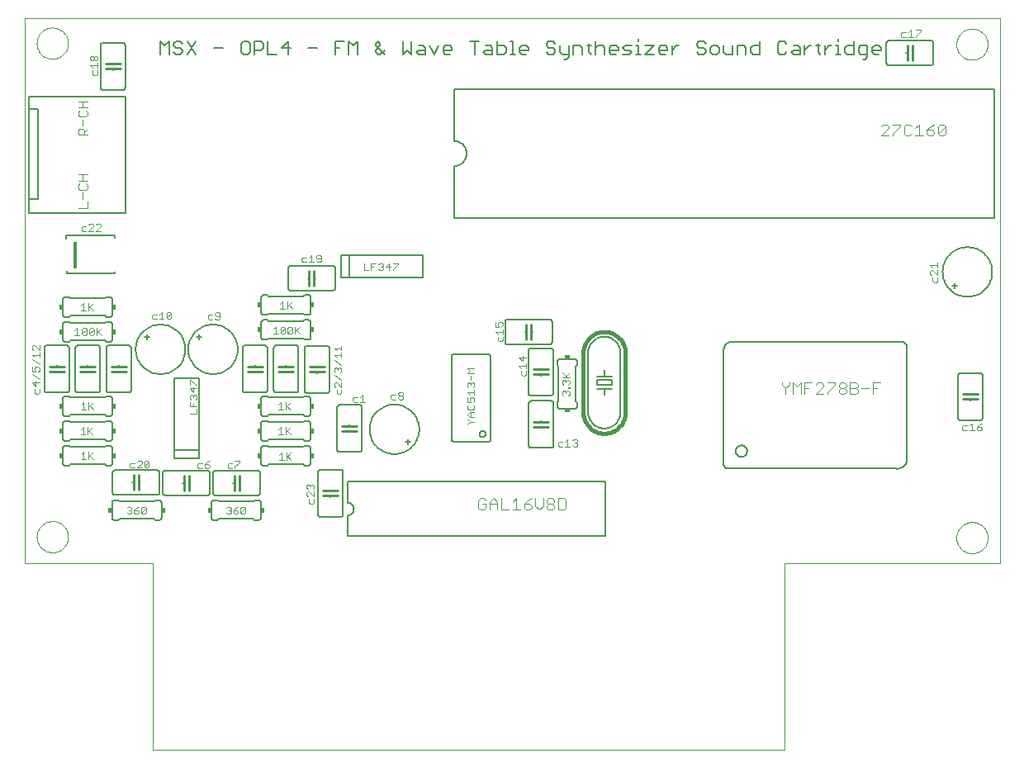
<source format=gto>
G75*
G70*
%OFA0B0*%
%FSLAX24Y24*%
%IPPOS*%
%LPD*%
%AMOC8*
5,1,8,0,0,1.08239X$1,22.5*
%
%ADD10C,0.0050*%
%ADD11C,0.0040*%
%ADD12C,0.0030*%
%ADD13C,0.0059*%
%ADD14C,0.0079*%
%ADD15R,0.0165X0.1102*%
%ADD16C,0.0000*%
%ADD17C,0.0060*%
%ADD18C,0.0100*%
%ADD19R,0.0150X0.0200*%
%ADD20C,0.0160*%
%ADD21R,0.0200X0.0150*%
%ADD22C,0.0080*%
D10*
X018618Y012602D02*
X018618Y012614D01*
X018618Y012618D01*
X018618Y012622D02*
X018626Y012622D01*
X018618Y012622D02*
X018618Y016007D01*
X018620Y016022D01*
X018625Y016036D01*
X018633Y016049D01*
X018643Y016059D01*
X018656Y016067D01*
X018670Y016072D01*
X018685Y016074D01*
X020040Y016074D01*
X020040Y016075D02*
X020062Y016073D01*
X020083Y016068D01*
X020103Y016060D01*
X020121Y016049D01*
X020138Y016035D01*
X020152Y016018D01*
X020163Y016000D01*
X020171Y015980D01*
X020176Y015959D01*
X020178Y015937D01*
X020177Y015937D02*
X020177Y012626D01*
X020175Y012608D01*
X020171Y012590D01*
X020163Y012573D01*
X020152Y012558D01*
X020139Y012545D01*
X020124Y012534D01*
X020107Y012526D01*
X020089Y012522D01*
X020071Y012520D01*
X020071Y012519D02*
X018729Y012519D01*
X018709Y012521D01*
X018689Y012526D01*
X018670Y012535D01*
X018653Y012547D01*
X018639Y012561D01*
X018627Y012578D01*
X018618Y012597D01*
X018613Y012617D01*
X018611Y012637D01*
X018626Y012622D02*
X018622Y012621D01*
X018619Y012618D01*
X018618Y012614D01*
X019728Y012842D02*
X019730Y012864D01*
X019736Y012885D01*
X019745Y012905D01*
X019758Y012923D01*
X019774Y012938D01*
X019793Y012950D01*
X019813Y012959D01*
X019834Y012964D01*
X019857Y012965D01*
X019878Y012962D01*
X019899Y012955D01*
X019919Y012945D01*
X019936Y012931D01*
X019951Y012914D01*
X019962Y012895D01*
X019970Y012875D01*
X019974Y012853D01*
X019974Y012831D01*
X019970Y012809D01*
X019962Y012789D01*
X019951Y012770D01*
X019936Y012753D01*
X019919Y012739D01*
X019899Y012729D01*
X019878Y012722D01*
X019857Y012719D01*
X019834Y012720D01*
X019813Y012725D01*
X019793Y012734D01*
X019774Y012746D01*
X019758Y012761D01*
X019745Y012779D01*
X019736Y012799D01*
X019730Y012820D01*
X019728Y012842D01*
X029593Y011683D02*
X029593Y016250D01*
X029595Y016283D01*
X029600Y016315D01*
X029608Y016347D01*
X029620Y016378D01*
X029635Y016407D01*
X029653Y016435D01*
X029674Y016461D01*
X029697Y016484D01*
X029723Y016505D01*
X029751Y016523D01*
X029780Y016538D01*
X029811Y016550D01*
X029843Y016558D01*
X029875Y016563D01*
X029908Y016565D01*
X036758Y016565D01*
X036758Y016564D02*
X036786Y016562D01*
X036814Y016557D01*
X036842Y016549D01*
X036868Y016537D01*
X036892Y016522D01*
X036914Y016505D01*
X036935Y016484D01*
X036952Y016462D01*
X036967Y016438D01*
X036979Y016412D01*
X036987Y016384D01*
X036992Y016356D01*
X036994Y016328D01*
X036994Y011801D01*
X036995Y011801D02*
X036989Y011764D01*
X036979Y011727D01*
X036966Y011692D01*
X036950Y011658D01*
X036931Y011626D01*
X036909Y011595D01*
X036884Y011567D01*
X036856Y011541D01*
X036827Y011518D01*
X036795Y011498D01*
X036762Y011481D01*
X036727Y011466D01*
X036691Y011455D01*
X036654Y011448D01*
X036617Y011444D01*
X036579Y011443D01*
X036542Y011446D01*
X029731Y011446D01*
X029707Y011454D01*
X029684Y011465D01*
X029663Y011479D01*
X029644Y011496D01*
X029627Y011515D01*
X029613Y011536D01*
X029602Y011558D01*
X029594Y011582D01*
X029589Y011607D01*
X029587Y011632D01*
X029589Y011657D01*
X029593Y011682D01*
X030071Y012155D02*
X030073Y012185D01*
X030079Y012215D01*
X030089Y012243D01*
X030102Y012270D01*
X030119Y012295D01*
X030138Y012318D01*
X030161Y012337D01*
X030186Y012354D01*
X030213Y012367D01*
X030241Y012377D01*
X030271Y012383D01*
X030301Y012385D01*
X030331Y012383D01*
X030361Y012377D01*
X030389Y012367D01*
X030416Y012354D01*
X030441Y012337D01*
X030464Y012318D01*
X030483Y012295D01*
X030500Y012270D01*
X030513Y012243D01*
X030523Y012215D01*
X030529Y012185D01*
X030531Y012155D01*
X030529Y012125D01*
X030523Y012095D01*
X030513Y012067D01*
X030500Y012040D01*
X030483Y012015D01*
X030464Y011992D01*
X030441Y011973D01*
X030416Y011956D01*
X030389Y011943D01*
X030361Y011933D01*
X030331Y011927D01*
X030301Y011925D01*
X030271Y011927D01*
X030241Y011933D01*
X030213Y011943D01*
X030186Y011956D01*
X030161Y011973D01*
X030138Y011992D01*
X030119Y012015D01*
X030102Y012040D01*
X030089Y012067D01*
X030079Y012095D01*
X030073Y012125D01*
X030071Y012155D01*
X030134Y028156D02*
X030134Y028517D01*
X030404Y028517D01*
X030494Y028427D01*
X030494Y028156D01*
X030677Y028247D02*
X030677Y028427D01*
X030768Y028517D01*
X031038Y028517D01*
X031038Y028698D02*
X031038Y028156D01*
X030768Y028156D01*
X030677Y028247D01*
X029951Y028156D02*
X029951Y028517D01*
X029951Y028156D02*
X029680Y028156D01*
X029590Y028247D01*
X029590Y028517D01*
X029407Y028427D02*
X029317Y028517D01*
X029136Y028517D01*
X029046Y028427D01*
X029046Y028247D01*
X029136Y028156D01*
X029317Y028156D01*
X029407Y028247D01*
X029407Y028427D01*
X028863Y028337D02*
X028863Y028247D01*
X028773Y028156D01*
X028593Y028156D01*
X028502Y028247D01*
X028593Y028427D02*
X028502Y028517D01*
X028502Y028607D01*
X028593Y028698D01*
X028773Y028698D01*
X028863Y028607D01*
X028773Y028427D02*
X028863Y028337D01*
X028773Y028427D02*
X028593Y028427D01*
X027776Y028517D02*
X027686Y028517D01*
X027505Y028337D01*
X027505Y028517D02*
X027505Y028156D01*
X027322Y028337D02*
X026962Y028337D01*
X026962Y028427D02*
X027052Y028517D01*
X027232Y028517D01*
X027322Y028427D01*
X027322Y028337D01*
X027232Y028156D02*
X027052Y028156D01*
X026962Y028247D01*
X026962Y028427D01*
X026779Y028517D02*
X026418Y028156D01*
X026779Y028156D01*
X026779Y028517D02*
X026418Y028517D01*
X026146Y028517D02*
X026146Y028156D01*
X026236Y028156D02*
X026055Y028156D01*
X025872Y028247D02*
X025782Y028156D01*
X025512Y028156D01*
X025602Y028337D02*
X025512Y028427D01*
X025602Y028517D01*
X025872Y028517D01*
X026055Y028517D02*
X026146Y028517D01*
X026146Y028698D02*
X026146Y028788D01*
X025782Y028337D02*
X025602Y028337D01*
X025782Y028337D02*
X025872Y028247D01*
X025329Y028337D02*
X024968Y028337D01*
X024968Y028427D02*
X025058Y028517D01*
X025238Y028517D01*
X025329Y028427D01*
X025329Y028337D01*
X025238Y028156D02*
X025058Y028156D01*
X024968Y028247D01*
X024968Y028427D01*
X024785Y028427D02*
X024785Y028156D01*
X024785Y028427D02*
X024695Y028517D01*
X024514Y028517D01*
X024424Y028427D01*
X024242Y028517D02*
X024062Y028517D01*
X024152Y028607D02*
X024152Y028247D01*
X024242Y028156D01*
X024424Y028156D02*
X024424Y028698D01*
X023878Y028427D02*
X023878Y028156D01*
X023878Y028427D02*
X023788Y028517D01*
X023518Y028517D01*
X023518Y028156D01*
X023335Y028156D02*
X023064Y028156D01*
X022974Y028247D01*
X022974Y028517D01*
X022791Y028607D02*
X022701Y028698D01*
X022520Y028698D01*
X022430Y028607D01*
X022430Y028517D01*
X022520Y028427D01*
X022701Y028427D01*
X022791Y028337D01*
X022791Y028247D01*
X022701Y028156D01*
X022520Y028156D01*
X022430Y028247D01*
X021703Y028337D02*
X021343Y028337D01*
X021343Y028427D02*
X021433Y028517D01*
X021613Y028517D01*
X021703Y028427D01*
X021703Y028337D01*
X021613Y028156D02*
X021433Y028156D01*
X021343Y028247D01*
X021343Y028427D01*
X021161Y028156D02*
X020980Y028156D01*
X021070Y028156D02*
X021070Y028698D01*
X020980Y028698D01*
X020797Y028427D02*
X020707Y028517D01*
X020436Y028517D01*
X020436Y028698D02*
X020436Y028156D01*
X020707Y028156D01*
X020797Y028247D01*
X020797Y028427D01*
X020253Y028427D02*
X020253Y028156D01*
X019983Y028156D01*
X019893Y028247D01*
X019983Y028337D01*
X020253Y028337D01*
X020253Y028427D02*
X020163Y028517D01*
X019983Y028517D01*
X019710Y028698D02*
X019349Y028698D01*
X019529Y028698D02*
X019529Y028156D01*
X018622Y028337D02*
X018261Y028337D01*
X018261Y028427D02*
X018352Y028517D01*
X018532Y028517D01*
X018622Y028427D01*
X018622Y028337D01*
X018532Y028156D02*
X018352Y028156D01*
X018261Y028247D01*
X018261Y028427D01*
X018078Y028517D02*
X017898Y028156D01*
X017718Y028517D01*
X017534Y028427D02*
X017534Y028156D01*
X017264Y028156D01*
X017174Y028247D01*
X017264Y028337D01*
X017534Y028337D01*
X017534Y028427D02*
X017444Y028517D01*
X017264Y028517D01*
X016991Y028698D02*
X016991Y028156D01*
X016810Y028337D01*
X016630Y028156D01*
X016630Y028698D01*
X015903Y028337D02*
X015723Y028156D01*
X015633Y028156D01*
X015543Y028247D01*
X015543Y028337D01*
X015723Y028517D01*
X015723Y028607D01*
X015633Y028698D01*
X015543Y028607D01*
X015543Y028517D01*
X015903Y028156D01*
X014816Y028156D02*
X014816Y028698D01*
X014635Y028517D01*
X014455Y028698D01*
X014455Y028156D01*
X014092Y028427D02*
X013911Y028427D01*
X013911Y028156D02*
X013911Y028698D01*
X014272Y028698D01*
X013184Y028427D02*
X012824Y028427D01*
X012097Y028427D02*
X011736Y028427D01*
X012007Y028698D01*
X012007Y028156D01*
X011553Y028156D02*
X011192Y028156D01*
X011192Y028698D01*
X011009Y028607D02*
X011009Y028427D01*
X010919Y028337D01*
X010649Y028337D01*
X010649Y028156D02*
X010649Y028698D01*
X010919Y028698D01*
X011009Y028607D01*
X010465Y028607D02*
X010465Y028247D01*
X010375Y028156D01*
X010195Y028156D01*
X010105Y028247D01*
X010105Y028607D01*
X010195Y028698D01*
X010375Y028698D01*
X010465Y028607D01*
X009378Y028427D02*
X009017Y028427D01*
X008290Y028156D02*
X007930Y028698D01*
X007747Y028607D02*
X007656Y028698D01*
X007476Y028698D01*
X007386Y028607D01*
X007386Y028517D01*
X007476Y028427D01*
X007656Y028427D01*
X007747Y028337D01*
X007747Y028247D01*
X007656Y028156D01*
X007476Y028156D01*
X007386Y028247D01*
X007203Y028156D02*
X007203Y028698D01*
X007023Y028517D01*
X006842Y028698D01*
X006842Y028156D01*
X007930Y028156D02*
X008290Y028698D01*
X001927Y025966D02*
X001557Y025966D01*
X001927Y025966D02*
X001927Y022344D01*
X001557Y022344D01*
X023154Y027976D02*
X023245Y027976D01*
X023335Y028066D01*
X023335Y028517D01*
X031765Y028607D02*
X031765Y028247D01*
X031855Y028156D01*
X032036Y028156D01*
X032126Y028247D01*
X032309Y028247D02*
X032399Y028156D01*
X032669Y028156D01*
X032669Y028427D01*
X032579Y028517D01*
X032399Y028517D01*
X032399Y028337D02*
X032669Y028337D01*
X032853Y028337D02*
X033033Y028517D01*
X033123Y028517D01*
X033306Y028517D02*
X033486Y028517D01*
X033396Y028607D02*
X033396Y028247D01*
X033486Y028156D01*
X033668Y028156D02*
X033668Y028517D01*
X033668Y028337D02*
X033849Y028517D01*
X033939Y028517D01*
X034121Y028517D02*
X034212Y028517D01*
X034212Y028156D01*
X034302Y028156D02*
X034121Y028156D01*
X034484Y028247D02*
X034484Y028427D01*
X034574Y028517D01*
X034845Y028517D01*
X034845Y028698D02*
X034845Y028156D01*
X034574Y028156D01*
X034484Y028247D01*
X034212Y028698D02*
X034212Y028788D01*
X035028Y028427D02*
X035028Y028247D01*
X035118Y028156D01*
X035388Y028156D01*
X035388Y028066D02*
X035388Y028517D01*
X035118Y028517D01*
X035028Y028427D01*
X035208Y027976D02*
X035298Y027976D01*
X035388Y028066D01*
X035571Y028247D02*
X035571Y028427D01*
X035662Y028517D01*
X035842Y028517D01*
X035932Y028427D01*
X035932Y028337D01*
X035571Y028337D01*
X035571Y028247D02*
X035662Y028156D01*
X035842Y028156D01*
X032853Y028156D02*
X032853Y028517D01*
X032399Y028337D02*
X032309Y028247D01*
X032126Y028607D02*
X032036Y028698D01*
X031855Y028698D01*
X031765Y028607D01*
D11*
X035943Y025267D02*
X036020Y025344D01*
X036174Y025344D01*
X036250Y025267D01*
X036250Y025191D01*
X035943Y024884D01*
X036250Y024884D01*
X036404Y024884D02*
X036404Y024961D01*
X036711Y025267D01*
X036711Y025344D01*
X036404Y025344D01*
X036864Y025267D02*
X036864Y024961D01*
X036941Y024884D01*
X037094Y024884D01*
X037171Y024961D01*
X037325Y024884D02*
X037632Y024884D01*
X037478Y024884D02*
X037478Y025344D01*
X037325Y025191D01*
X037171Y025267D02*
X037094Y025344D01*
X036941Y025344D01*
X036864Y025267D01*
X037785Y025114D02*
X037785Y024961D01*
X037862Y024884D01*
X038015Y024884D01*
X038092Y024961D01*
X038092Y025037D01*
X038015Y025114D01*
X037785Y025114D01*
X037938Y025267D01*
X038092Y025344D01*
X038245Y025267D02*
X038322Y025344D01*
X038476Y025344D01*
X038552Y025267D01*
X038245Y024961D01*
X038322Y024884D01*
X038476Y024884D01*
X038552Y024961D01*
X038552Y025267D01*
X038245Y025267D02*
X038245Y024961D01*
X035918Y014919D02*
X035611Y014919D01*
X035611Y014459D01*
X035611Y014689D02*
X035764Y014689D01*
X035457Y014689D02*
X035150Y014689D01*
X034997Y014766D02*
X034920Y014689D01*
X034690Y014689D01*
X034537Y014766D02*
X034460Y014689D01*
X034306Y014689D01*
X034230Y014766D01*
X034230Y014842D01*
X034306Y014919D01*
X034460Y014919D01*
X034537Y014842D01*
X034537Y014766D01*
X034460Y014689D02*
X034537Y014612D01*
X034537Y014535D01*
X034460Y014459D01*
X034306Y014459D01*
X034230Y014535D01*
X034230Y014612D01*
X034306Y014689D01*
X034076Y014842D02*
X034076Y014919D01*
X033769Y014919D01*
X033616Y014842D02*
X033539Y014919D01*
X033386Y014919D01*
X033309Y014842D01*
X033155Y014919D02*
X032849Y014919D01*
X032849Y014459D01*
X032695Y014459D02*
X032695Y014919D01*
X032542Y014766D01*
X032388Y014919D01*
X032388Y014459D01*
X032081Y014459D02*
X032081Y014689D01*
X032235Y014842D01*
X032235Y014919D01*
X032081Y014689D02*
X031928Y014842D01*
X031928Y014919D01*
X032849Y014689D02*
X033002Y014689D01*
X033309Y014459D02*
X033616Y014766D01*
X033616Y014842D01*
X033769Y014535D02*
X033769Y014459D01*
X033769Y014535D02*
X034076Y014842D01*
X033616Y014459D02*
X033309Y014459D01*
X034690Y014459D02*
X034920Y014459D01*
X034997Y014535D01*
X034997Y014612D01*
X034920Y014689D01*
X034997Y014766D02*
X034997Y014842D01*
X034920Y014919D01*
X034690Y014919D01*
X034690Y014459D01*
X023217Y010173D02*
X023217Y009866D01*
X023141Y009789D01*
X022910Y009789D01*
X022910Y010250D01*
X023141Y010250D01*
X023217Y010173D01*
X022757Y010173D02*
X022757Y010096D01*
X022680Y010019D01*
X022527Y010019D01*
X022450Y010096D01*
X022450Y010173D01*
X022527Y010250D01*
X022680Y010250D01*
X022757Y010173D01*
X022680Y010019D02*
X022757Y009943D01*
X022757Y009866D01*
X022680Y009789D01*
X022527Y009789D01*
X022450Y009866D01*
X022450Y009943D01*
X022527Y010019D01*
X022296Y009943D02*
X022143Y009789D01*
X021990Y009943D01*
X021990Y010250D01*
X021836Y010250D02*
X021683Y010173D01*
X021529Y010019D01*
X021759Y010019D01*
X021836Y009943D01*
X021836Y009866D01*
X021759Y009789D01*
X021606Y009789D01*
X021529Y009866D01*
X021529Y010019D01*
X021376Y009789D02*
X021069Y009789D01*
X021222Y009789D02*
X021222Y010250D01*
X021069Y010096D01*
X020915Y009789D02*
X020608Y009789D01*
X020608Y010250D01*
X020455Y010096D02*
X020455Y009789D01*
X020455Y010019D02*
X020148Y010019D01*
X020148Y010096D02*
X020301Y010250D01*
X020455Y010096D01*
X020148Y010096D02*
X020148Y009789D01*
X019994Y009866D02*
X019994Y010019D01*
X019841Y010019D01*
X019688Y009866D02*
X019764Y009789D01*
X019918Y009789D01*
X019994Y009866D01*
X019688Y009866D02*
X019688Y010173D01*
X019764Y010250D01*
X019918Y010250D01*
X019994Y010173D01*
X022296Y010250D02*
X022296Y009943D01*
D12*
X022944Y012339D02*
X023089Y012339D01*
X023190Y012339D02*
X023383Y012339D01*
X023287Y012339D02*
X023287Y012630D01*
X023190Y012533D01*
X023089Y012533D02*
X022944Y012533D01*
X022895Y012485D01*
X022895Y012388D01*
X022944Y012339D01*
X023484Y012388D02*
X023533Y012339D01*
X023630Y012339D01*
X023678Y012388D01*
X023678Y012436D01*
X023630Y012485D01*
X023581Y012485D01*
X023630Y012485D02*
X023678Y012533D01*
X023678Y012581D01*
X023630Y012630D01*
X023533Y012630D01*
X023484Y012581D01*
X023317Y014391D02*
X023365Y014439D01*
X023365Y014536D01*
X023317Y014584D01*
X023268Y014584D01*
X023220Y014536D01*
X023220Y014487D01*
X023220Y014536D02*
X023172Y014584D01*
X023123Y014584D01*
X023075Y014536D01*
X023075Y014439D01*
X023123Y014391D01*
X023317Y014685D02*
X023317Y014734D01*
X023365Y014734D01*
X023365Y014685D01*
X023317Y014685D01*
X023317Y014833D02*
X023365Y014881D01*
X023365Y014978D01*
X023317Y015026D01*
X023268Y015026D01*
X023220Y014978D01*
X023220Y014929D01*
X023220Y014978D02*
X023172Y015026D01*
X023123Y015026D01*
X023075Y014978D01*
X023075Y014881D01*
X023123Y014833D01*
X023075Y015127D02*
X023365Y015127D01*
X023268Y015127D02*
X023075Y015321D01*
X023220Y015176D02*
X023365Y015321D01*
X021617Y015250D02*
X021617Y015395D01*
X021617Y015496D02*
X021617Y015690D01*
X021617Y015593D02*
X021327Y015593D01*
X021424Y015496D01*
X021424Y015395D02*
X021424Y015250D01*
X021472Y015202D01*
X021569Y015202D01*
X021617Y015250D01*
X021472Y015791D02*
X021472Y015984D01*
X021327Y015936D02*
X021472Y015791D01*
X021617Y015936D02*
X021327Y015936D01*
X020664Y016628D02*
X020664Y016773D01*
X020664Y016874D02*
X020664Y017068D01*
X020664Y016971D02*
X020374Y016971D01*
X020471Y016874D01*
X020471Y016773D02*
X020471Y016628D01*
X020519Y016580D01*
X020616Y016580D01*
X020664Y016628D01*
X020616Y017169D02*
X020664Y017217D01*
X020664Y017314D01*
X020616Y017362D01*
X020519Y017362D01*
X020471Y017314D01*
X020471Y017266D01*
X020519Y017169D01*
X020374Y017169D01*
X020374Y017362D01*
X019527Y015501D02*
X019236Y015501D01*
X019333Y015404D01*
X019236Y015307D01*
X019527Y015307D01*
X019381Y015206D02*
X019381Y015013D01*
X019333Y014912D02*
X019381Y014863D01*
X019430Y014912D01*
X019478Y014912D01*
X019527Y014863D01*
X019527Y014767D01*
X019478Y014718D01*
X019527Y014617D02*
X019527Y014424D01*
X019527Y014520D02*
X019236Y014520D01*
X019333Y014424D01*
X019381Y014322D02*
X019478Y014322D01*
X019527Y014274D01*
X019527Y014177D01*
X019478Y014129D01*
X019381Y014129D02*
X019333Y014226D01*
X019333Y014274D01*
X019381Y014322D01*
X019236Y014322D02*
X019236Y014129D01*
X019381Y014129D01*
X019285Y014028D02*
X019236Y013979D01*
X019236Y013883D01*
X019285Y013834D01*
X019478Y013834D01*
X019527Y013883D01*
X019527Y013979D01*
X019478Y014028D01*
X019527Y013733D02*
X019333Y013733D01*
X019236Y013636D01*
X019333Y013540D01*
X019527Y013540D01*
X019381Y013540D02*
X019381Y013733D01*
X019285Y013438D02*
X019236Y013438D01*
X019285Y013438D02*
X019381Y013342D01*
X019527Y013342D01*
X019381Y013342D02*
X019285Y013245D01*
X019236Y013245D01*
X019285Y014718D02*
X019236Y014767D01*
X019236Y014863D01*
X019285Y014912D01*
X019333Y014912D01*
X019381Y014863D02*
X019381Y014815D01*
X016647Y014479D02*
X016647Y014431D01*
X016599Y014382D01*
X016502Y014382D01*
X016454Y014431D01*
X016454Y014479D01*
X016502Y014527D01*
X016599Y014527D01*
X016647Y014479D01*
X016599Y014382D02*
X016647Y014334D01*
X016647Y014285D01*
X016599Y014237D01*
X016502Y014237D01*
X016454Y014285D01*
X016454Y014334D01*
X016502Y014382D01*
X016352Y014431D02*
X016207Y014431D01*
X016159Y014382D01*
X016159Y014285D01*
X016207Y014237D01*
X016352Y014237D01*
X015108Y014143D02*
X014914Y014143D01*
X015011Y014143D02*
X015011Y014433D01*
X014914Y014336D01*
X014813Y014336D02*
X014668Y014336D01*
X014620Y014288D01*
X014620Y014191D01*
X014668Y014143D01*
X014813Y014143D01*
X014158Y014495D02*
X014158Y014640D01*
X014158Y014741D02*
X013964Y014934D01*
X013916Y014934D01*
X013867Y014886D01*
X013867Y014789D01*
X013916Y014741D01*
X013964Y014640D02*
X013964Y014495D01*
X014012Y014446D01*
X014109Y014446D01*
X014158Y014495D01*
X014158Y014741D02*
X014158Y014934D01*
X014158Y015035D02*
X013867Y015229D01*
X013916Y015330D02*
X013867Y015378D01*
X013867Y015475D01*
X013916Y015524D01*
X013964Y015524D01*
X014012Y015475D01*
X014061Y015524D01*
X014109Y015524D01*
X014158Y015475D01*
X014158Y015378D01*
X014109Y015330D01*
X014012Y015427D02*
X014012Y015475D01*
X014158Y015625D02*
X013867Y015818D01*
X013964Y015919D02*
X013867Y016016D01*
X014158Y016016D01*
X014158Y015919D02*
X014158Y016113D01*
X014158Y016214D02*
X014158Y016408D01*
X014158Y016311D02*
X013867Y016311D01*
X013964Y016214D01*
X012480Y016887D02*
X012335Y017032D01*
X012287Y016983D02*
X012480Y017177D01*
X012287Y017177D02*
X012287Y016887D01*
X012186Y016935D02*
X012186Y017129D01*
X011992Y016935D01*
X012041Y016887D01*
X012137Y016887D01*
X012186Y016935D01*
X012186Y017129D02*
X012137Y017177D01*
X012041Y017177D01*
X011992Y017129D01*
X011992Y016935D01*
X011891Y016935D02*
X011843Y016887D01*
X011746Y016887D01*
X011698Y016935D01*
X011891Y017129D01*
X011891Y016935D01*
X011698Y016935D02*
X011698Y017129D01*
X011746Y017177D01*
X011843Y017177D01*
X011891Y017129D01*
X011597Y016887D02*
X011403Y016887D01*
X011500Y016887D02*
X011500Y017177D01*
X011403Y017080D01*
X011690Y017906D02*
X011884Y017906D01*
X011787Y017906D02*
X011787Y018197D01*
X011690Y018100D01*
X011985Y018197D02*
X011985Y017906D01*
X011985Y018003D02*
X012179Y018197D01*
X012033Y018051D02*
X012179Y017906D01*
X012605Y019784D02*
X012750Y019784D01*
X012851Y019784D02*
X013045Y019784D01*
X012948Y019784D02*
X012948Y020075D01*
X012851Y019978D01*
X012750Y019978D02*
X012605Y019978D01*
X012557Y019929D01*
X012557Y019833D01*
X012605Y019784D01*
X013146Y019833D02*
X013194Y019784D01*
X013291Y019784D01*
X013339Y019833D01*
X013339Y020026D01*
X013291Y020075D01*
X013194Y020075D01*
X013146Y020026D01*
X013146Y019978D01*
X013194Y019929D01*
X013339Y019929D01*
X015064Y019744D02*
X015064Y019454D01*
X015258Y019454D01*
X015359Y019454D02*
X015359Y019744D01*
X015553Y019744D01*
X015654Y019695D02*
X015702Y019744D01*
X015799Y019744D01*
X015847Y019695D01*
X015847Y019647D01*
X015799Y019599D01*
X015847Y019550D01*
X015847Y019502D01*
X015799Y019454D01*
X015702Y019454D01*
X015654Y019502D01*
X015751Y019599D02*
X015799Y019599D01*
X015948Y019599D02*
X016094Y019744D01*
X016094Y019454D01*
X016243Y019454D02*
X016243Y019502D01*
X016437Y019695D01*
X016437Y019744D01*
X016243Y019744D01*
X016142Y019599D02*
X015948Y019599D01*
X015456Y019599D02*
X015359Y019599D01*
X009253Y017699D02*
X009253Y017506D01*
X009205Y017458D01*
X009108Y017458D01*
X009060Y017506D01*
X009108Y017603D02*
X009253Y017603D01*
X009253Y017699D02*
X009205Y017748D01*
X009108Y017748D01*
X009060Y017699D01*
X009060Y017651D01*
X009108Y017603D01*
X008959Y017651D02*
X008814Y017651D01*
X008765Y017603D01*
X008765Y017506D01*
X008814Y017458D01*
X008959Y017458D01*
X007288Y017530D02*
X007240Y017481D01*
X007143Y017481D01*
X007095Y017530D01*
X007288Y017723D01*
X007288Y017530D01*
X007288Y017723D02*
X007240Y017771D01*
X007143Y017771D01*
X007095Y017723D01*
X007095Y017530D01*
X006994Y017481D02*
X006800Y017481D01*
X006897Y017481D02*
X006897Y017771D01*
X006800Y017675D01*
X006699Y017675D02*
X006554Y017675D01*
X006505Y017626D01*
X006505Y017530D01*
X006554Y017481D01*
X006699Y017481D01*
X004469Y017126D02*
X004275Y016932D01*
X004324Y016981D02*
X004469Y016835D01*
X004275Y016835D02*
X004275Y017126D01*
X004174Y017077D02*
X003981Y016884D01*
X004029Y016835D01*
X004126Y016835D01*
X004174Y016884D01*
X004174Y017077D01*
X004126Y017126D01*
X004029Y017126D01*
X003981Y017077D01*
X003981Y016884D01*
X003879Y016884D02*
X003831Y016835D01*
X003734Y016835D01*
X003686Y016884D01*
X003879Y017077D01*
X003879Y016884D01*
X003686Y016884D02*
X003686Y017077D01*
X003734Y017126D01*
X003831Y017126D01*
X003879Y017077D01*
X003585Y016835D02*
X003391Y016835D01*
X003488Y016835D02*
X003488Y017126D01*
X003391Y017029D01*
X003643Y017839D02*
X003837Y017839D01*
X003740Y017839D02*
X003740Y018130D01*
X003643Y018033D01*
X003938Y018130D02*
X003938Y017839D01*
X003938Y017936D02*
X004131Y018130D01*
X003986Y017985D02*
X004131Y017839D01*
X001964Y016435D02*
X001964Y016241D01*
X001770Y016435D01*
X001722Y016435D01*
X001673Y016386D01*
X001673Y016290D01*
X001722Y016241D01*
X001673Y016043D02*
X001964Y016043D01*
X001964Y015947D02*
X001964Y016140D01*
X001770Y015947D02*
X001673Y016043D01*
X001673Y015845D02*
X001964Y015652D01*
X001915Y015551D02*
X001964Y015502D01*
X001964Y015406D01*
X001915Y015357D01*
X001818Y015357D02*
X001770Y015454D01*
X001770Y015502D01*
X001818Y015551D01*
X001915Y015551D01*
X001818Y015357D02*
X001673Y015357D01*
X001673Y015551D01*
X001673Y015256D02*
X001964Y015063D01*
X001964Y014913D02*
X001673Y014913D01*
X001818Y014768D01*
X001818Y014961D01*
X001770Y014667D02*
X001770Y014522D01*
X001818Y014473D01*
X001915Y014473D01*
X001964Y014522D01*
X001964Y014667D01*
X003663Y014033D02*
X003760Y014130D01*
X003760Y013839D01*
X003856Y013839D02*
X003663Y013839D01*
X003958Y013839D02*
X003958Y014130D01*
X004006Y013985D02*
X004151Y013839D01*
X003958Y013936D02*
X004151Y014130D01*
X004120Y013114D02*
X003926Y012920D01*
X003974Y012969D02*
X004120Y012824D01*
X003926Y012824D02*
X003926Y013114D01*
X003728Y013114D02*
X003728Y012824D01*
X003631Y012824D02*
X003825Y012824D01*
X003631Y013017D02*
X003728Y013114D01*
X003760Y012118D02*
X003663Y012021D01*
X003760Y012118D02*
X003760Y011828D01*
X003856Y011828D02*
X003663Y011828D01*
X003958Y011828D02*
X003958Y012118D01*
X004006Y011973D02*
X004151Y011828D01*
X003958Y011924D02*
X004151Y012118D01*
X005608Y011626D02*
X005608Y011530D01*
X005656Y011481D01*
X005801Y011481D01*
X005902Y011481D02*
X006096Y011675D01*
X006096Y011723D01*
X006048Y011771D01*
X005951Y011771D01*
X005902Y011723D01*
X005801Y011675D02*
X005656Y011675D01*
X005608Y011626D01*
X005902Y011481D02*
X006096Y011481D01*
X006197Y011530D02*
X006391Y011723D01*
X006391Y011530D01*
X006342Y011481D01*
X006245Y011481D01*
X006197Y011530D01*
X006197Y011723D01*
X006245Y011771D01*
X006342Y011771D01*
X006391Y011723D01*
X008340Y011622D02*
X008340Y011526D01*
X008388Y011477D01*
X008534Y011477D01*
X008635Y011526D02*
X008635Y011622D01*
X008780Y011622D01*
X008828Y011574D01*
X008828Y011526D01*
X008780Y011477D01*
X008683Y011477D01*
X008635Y011526D01*
X008635Y011622D02*
X008731Y011719D01*
X008828Y011767D01*
X008534Y011671D02*
X008388Y011671D01*
X008340Y011622D01*
X009561Y011614D02*
X009561Y011518D01*
X009609Y011469D01*
X009754Y011469D01*
X009855Y011469D02*
X009855Y011518D01*
X010049Y011711D01*
X010049Y011760D01*
X009855Y011760D01*
X009754Y011663D02*
X009609Y011663D01*
X009561Y011614D01*
X011639Y011808D02*
X011833Y011808D01*
X011736Y011808D02*
X011736Y012098D01*
X011639Y012001D01*
X011934Y011905D02*
X012127Y012098D01*
X011934Y012098D02*
X011934Y011808D01*
X011982Y011953D02*
X012127Y011808D01*
X012804Y010811D02*
X012853Y010811D01*
X012901Y010763D01*
X012950Y010811D01*
X012998Y010811D01*
X013046Y010763D01*
X013046Y010666D01*
X012998Y010618D01*
X013046Y010517D02*
X013046Y010323D01*
X012853Y010517D01*
X012804Y010517D01*
X012756Y010468D01*
X012756Y010371D01*
X012804Y010323D01*
X012853Y010222D02*
X012853Y010077D01*
X012901Y010028D01*
X012998Y010028D01*
X013046Y010077D01*
X013046Y010222D01*
X012804Y010618D02*
X012756Y010666D01*
X012756Y010763D01*
X012804Y010811D01*
X012901Y010763D02*
X012901Y010714D01*
X010284Y009857D02*
X010284Y009663D01*
X010236Y009615D01*
X010139Y009615D01*
X010091Y009663D01*
X010284Y009857D01*
X010236Y009905D01*
X010139Y009905D01*
X010091Y009857D01*
X010091Y009663D01*
X009990Y009663D02*
X009990Y009712D01*
X009941Y009760D01*
X009796Y009760D01*
X009796Y009663D01*
X009844Y009615D01*
X009941Y009615D01*
X009990Y009663D01*
X009893Y009857D02*
X009796Y009760D01*
X009695Y009712D02*
X009695Y009663D01*
X009647Y009615D01*
X009550Y009615D01*
X009501Y009663D01*
X009598Y009760D02*
X009647Y009760D01*
X009695Y009712D01*
X009647Y009760D02*
X009695Y009808D01*
X009695Y009857D01*
X009647Y009905D01*
X009550Y009905D01*
X009501Y009857D01*
X009893Y009857D02*
X009990Y009905D01*
X006280Y009857D02*
X006280Y009663D01*
X006232Y009615D01*
X006135Y009615D01*
X006087Y009663D01*
X006280Y009857D01*
X006232Y009905D01*
X006135Y009905D01*
X006087Y009857D01*
X006087Y009663D01*
X005986Y009663D02*
X005986Y009712D01*
X005937Y009760D01*
X005792Y009760D01*
X005792Y009663D01*
X005841Y009615D01*
X005937Y009615D01*
X005986Y009663D01*
X005889Y009857D02*
X005792Y009760D01*
X005691Y009712D02*
X005691Y009663D01*
X005643Y009615D01*
X005546Y009615D01*
X005498Y009663D01*
X005594Y009760D02*
X005643Y009760D01*
X005691Y009712D01*
X005643Y009760D02*
X005691Y009808D01*
X005691Y009857D01*
X005643Y009905D01*
X005546Y009905D01*
X005498Y009857D01*
X005889Y009857D02*
X005986Y009905D01*
X008036Y013654D02*
X008326Y013654D01*
X008326Y013848D01*
X008326Y013949D02*
X008036Y013949D01*
X008036Y014143D01*
X008084Y014244D02*
X008036Y014292D01*
X008036Y014389D01*
X008084Y014437D01*
X008132Y014437D01*
X008181Y014389D01*
X008229Y014437D01*
X008277Y014437D01*
X008326Y014389D01*
X008326Y014292D01*
X008277Y014244D01*
X008181Y014340D02*
X008181Y014389D01*
X008181Y014538D02*
X008181Y014732D01*
X008277Y014833D02*
X008326Y014833D01*
X008277Y014833D02*
X008084Y015026D01*
X008036Y015026D01*
X008036Y014833D01*
X008036Y014683D02*
X008181Y014538D01*
X008326Y014683D02*
X008036Y014683D01*
X008181Y014046D02*
X008181Y013949D01*
X011608Y014021D02*
X011705Y014118D01*
X011705Y013828D01*
X011801Y013828D02*
X011608Y013828D01*
X011902Y013828D02*
X011902Y014118D01*
X011951Y013973D02*
X012096Y013828D01*
X011902Y013924D02*
X012096Y014118D01*
X012116Y013122D02*
X011922Y012928D01*
X011970Y012977D02*
X012116Y012832D01*
X011922Y012832D02*
X011922Y013122D01*
X011724Y013122D02*
X011724Y012832D01*
X011627Y012832D02*
X011821Y012832D01*
X011627Y013025D02*
X011724Y013122D01*
X004446Y021044D02*
X004252Y021044D01*
X004446Y021238D01*
X004446Y021286D01*
X004397Y021334D01*
X004301Y021334D01*
X004252Y021286D01*
X004151Y021286D02*
X004103Y021334D01*
X004006Y021334D01*
X003958Y021286D01*
X003856Y021238D02*
X003711Y021238D01*
X003663Y021189D01*
X003663Y021093D01*
X003711Y021044D01*
X003856Y021044D01*
X003958Y021044D02*
X004151Y021238D01*
X004151Y021286D01*
X004151Y021044D02*
X003958Y021044D01*
X003901Y021965D02*
X003530Y021965D01*
X003901Y021965D02*
X003901Y022212D01*
X003715Y022334D02*
X003715Y022581D01*
X003592Y022702D02*
X003839Y022702D01*
X003901Y022764D01*
X003901Y022887D01*
X003839Y022949D01*
X003901Y023070D02*
X003530Y023070D01*
X003592Y022949D02*
X003530Y022887D01*
X003530Y022764D01*
X003592Y022702D01*
X003715Y023070D02*
X003715Y023317D01*
X003530Y023317D02*
X003901Y023317D01*
X003901Y024918D02*
X003530Y024918D01*
X003530Y025103D01*
X003592Y025165D01*
X003715Y025165D01*
X003777Y025103D01*
X003777Y024918D01*
X003777Y025042D02*
X003901Y025165D01*
X003715Y025286D02*
X003715Y025533D01*
X003592Y025655D02*
X003839Y025655D01*
X003901Y025716D01*
X003901Y025840D01*
X003839Y025902D01*
X003901Y026023D02*
X003530Y026023D01*
X003592Y025902D02*
X003530Y025840D01*
X003530Y025716D01*
X003592Y025655D01*
X003715Y026023D02*
X003715Y026270D01*
X003530Y026270D02*
X003901Y026270D01*
X004169Y027324D02*
X004266Y027324D01*
X004314Y027372D01*
X004314Y027517D01*
X004314Y027618D02*
X004314Y027812D01*
X004314Y027715D02*
X004024Y027715D01*
X004120Y027618D01*
X004120Y027517D02*
X004120Y027372D01*
X004169Y027324D01*
X004217Y027913D02*
X004169Y027961D01*
X004169Y028058D01*
X004217Y028106D01*
X004266Y028106D01*
X004314Y028058D01*
X004314Y027961D01*
X004266Y027913D01*
X004217Y027913D01*
X004169Y027961D02*
X004120Y027913D01*
X004072Y027913D01*
X004024Y027961D01*
X004024Y028058D01*
X004072Y028106D01*
X004120Y028106D01*
X004169Y028058D01*
X036746Y028904D02*
X036794Y028855D01*
X036939Y028855D01*
X037040Y028855D02*
X037234Y028855D01*
X037137Y028855D02*
X037137Y029145D01*
X037040Y029049D01*
X036939Y029049D02*
X036794Y029049D01*
X036746Y029000D01*
X036746Y028904D01*
X037335Y028904D02*
X037335Y028855D01*
X037335Y028904D02*
X037528Y029097D01*
X037528Y029145D01*
X037335Y029145D01*
X038216Y019748D02*
X038216Y019555D01*
X038216Y019651D02*
X037925Y019651D01*
X038022Y019555D01*
X038022Y019454D02*
X037974Y019454D01*
X037925Y019405D01*
X037925Y019308D01*
X037974Y019260D01*
X038022Y019159D02*
X038022Y019014D01*
X038070Y018965D01*
X038167Y018965D01*
X038216Y019014D01*
X038216Y019159D01*
X038216Y019260D02*
X038022Y019454D01*
X038216Y019454D02*
X038216Y019260D01*
X039609Y013275D02*
X039513Y013179D01*
X039411Y013179D02*
X039266Y013179D01*
X039218Y013130D01*
X039218Y013033D01*
X039266Y012985D01*
X039411Y012985D01*
X039513Y012985D02*
X039706Y012985D01*
X039609Y012985D02*
X039609Y013275D01*
X039807Y013130D02*
X039952Y013130D01*
X040001Y013082D01*
X040001Y013033D01*
X039952Y012985D01*
X039856Y012985D01*
X039807Y013033D01*
X039807Y013130D01*
X039904Y013227D01*
X040001Y013275D01*
D13*
X017431Y019163D02*
X014160Y019163D01*
X014160Y020076D01*
X014479Y020076D01*
X014479Y019167D01*
X014479Y020076D02*
X017431Y020076D01*
X017431Y019163D01*
X008412Y015080D02*
X008412Y011876D01*
X007420Y011876D01*
X007420Y011880D02*
X007420Y015080D01*
X008412Y015080D01*
X008404Y012191D02*
X007435Y012191D01*
D14*
X005010Y019328D02*
X003065Y019328D01*
X003065Y019431D01*
X003038Y020726D02*
X003038Y020856D01*
X005018Y020856D01*
X005018Y020750D01*
X005010Y019399D02*
X005006Y019399D01*
X005010Y019399D02*
X005010Y019328D01*
D15*
X003400Y020065D03*
D16*
X006547Y007643D02*
X006547Y000100D01*
X032047Y000100D01*
X032047Y007643D01*
X040733Y007643D01*
X040733Y029628D01*
X001362Y029628D01*
X001362Y007643D01*
X006547Y007643D01*
X001860Y008694D02*
X001862Y008744D01*
X001868Y008794D01*
X001878Y008843D01*
X001892Y008891D01*
X001909Y008938D01*
X001930Y008983D01*
X001955Y009027D01*
X001983Y009068D01*
X002015Y009107D01*
X002049Y009144D01*
X002086Y009178D01*
X002126Y009208D01*
X002168Y009235D01*
X002212Y009259D01*
X002258Y009280D01*
X002305Y009296D01*
X002353Y009309D01*
X002403Y009318D01*
X002452Y009323D01*
X002503Y009324D01*
X002553Y009321D01*
X002602Y009314D01*
X002651Y009303D01*
X002699Y009288D01*
X002745Y009270D01*
X002790Y009248D01*
X002833Y009222D01*
X002874Y009193D01*
X002913Y009161D01*
X002949Y009126D01*
X002981Y009088D01*
X003011Y009048D01*
X003038Y009005D01*
X003061Y008961D01*
X003080Y008915D01*
X003096Y008867D01*
X003108Y008818D01*
X003116Y008769D01*
X003120Y008719D01*
X003120Y008669D01*
X003116Y008619D01*
X003108Y008570D01*
X003096Y008521D01*
X003080Y008473D01*
X003061Y008427D01*
X003038Y008383D01*
X003011Y008340D01*
X002981Y008300D01*
X002949Y008262D01*
X002913Y008227D01*
X002874Y008195D01*
X002833Y008166D01*
X002790Y008140D01*
X002745Y008118D01*
X002699Y008100D01*
X002651Y008085D01*
X002602Y008074D01*
X002553Y008067D01*
X002503Y008064D01*
X002452Y008065D01*
X002403Y008070D01*
X002353Y008079D01*
X002305Y008092D01*
X002258Y008108D01*
X002212Y008129D01*
X002168Y008153D01*
X002126Y008180D01*
X002086Y008210D01*
X002049Y008244D01*
X002015Y008281D01*
X001983Y008320D01*
X001955Y008361D01*
X001930Y008405D01*
X001909Y008450D01*
X001892Y008497D01*
X001878Y008545D01*
X001868Y008594D01*
X001862Y008644D01*
X001860Y008694D01*
X001860Y028616D02*
X001862Y028666D01*
X001868Y028716D01*
X001878Y028765D01*
X001892Y028813D01*
X001909Y028860D01*
X001930Y028905D01*
X001955Y028949D01*
X001983Y028990D01*
X002015Y029029D01*
X002049Y029066D01*
X002086Y029100D01*
X002126Y029130D01*
X002168Y029157D01*
X002212Y029181D01*
X002258Y029202D01*
X002305Y029218D01*
X002353Y029231D01*
X002403Y029240D01*
X002452Y029245D01*
X002503Y029246D01*
X002553Y029243D01*
X002602Y029236D01*
X002651Y029225D01*
X002699Y029210D01*
X002745Y029192D01*
X002790Y029170D01*
X002833Y029144D01*
X002874Y029115D01*
X002913Y029083D01*
X002949Y029048D01*
X002981Y029010D01*
X003011Y028970D01*
X003038Y028927D01*
X003061Y028883D01*
X003080Y028837D01*
X003096Y028789D01*
X003108Y028740D01*
X003116Y028691D01*
X003120Y028641D01*
X003120Y028591D01*
X003116Y028541D01*
X003108Y028492D01*
X003096Y028443D01*
X003080Y028395D01*
X003061Y028349D01*
X003038Y028305D01*
X003011Y028262D01*
X002981Y028222D01*
X002949Y028184D01*
X002913Y028149D01*
X002874Y028117D01*
X002833Y028088D01*
X002790Y028062D01*
X002745Y028040D01*
X002699Y028022D01*
X002651Y028007D01*
X002602Y027996D01*
X002553Y027989D01*
X002503Y027986D01*
X002452Y027987D01*
X002403Y027992D01*
X002353Y028001D01*
X002305Y028014D01*
X002258Y028030D01*
X002212Y028051D01*
X002168Y028075D01*
X002126Y028102D01*
X002086Y028132D01*
X002049Y028166D01*
X002015Y028203D01*
X001983Y028242D01*
X001955Y028283D01*
X001930Y028327D01*
X001909Y028372D01*
X001892Y028419D01*
X001878Y028467D01*
X001868Y028516D01*
X001862Y028566D01*
X001860Y028616D01*
X038986Y028576D02*
X038988Y028626D01*
X038994Y028676D01*
X039004Y028725D01*
X039018Y028773D01*
X039035Y028820D01*
X039056Y028865D01*
X039081Y028909D01*
X039109Y028950D01*
X039141Y028989D01*
X039175Y029026D01*
X039212Y029060D01*
X039252Y029090D01*
X039294Y029117D01*
X039338Y029141D01*
X039384Y029162D01*
X039431Y029178D01*
X039479Y029191D01*
X039529Y029200D01*
X039578Y029205D01*
X039629Y029206D01*
X039679Y029203D01*
X039728Y029196D01*
X039777Y029185D01*
X039825Y029170D01*
X039871Y029152D01*
X039916Y029130D01*
X039959Y029104D01*
X040000Y029075D01*
X040039Y029043D01*
X040075Y029008D01*
X040107Y028970D01*
X040137Y028930D01*
X040164Y028887D01*
X040187Y028843D01*
X040206Y028797D01*
X040222Y028749D01*
X040234Y028700D01*
X040242Y028651D01*
X040246Y028601D01*
X040246Y028551D01*
X040242Y028501D01*
X040234Y028452D01*
X040222Y028403D01*
X040206Y028355D01*
X040187Y028309D01*
X040164Y028265D01*
X040137Y028222D01*
X040107Y028182D01*
X040075Y028144D01*
X040039Y028109D01*
X040000Y028077D01*
X039959Y028048D01*
X039916Y028022D01*
X039871Y028000D01*
X039825Y027982D01*
X039777Y027967D01*
X039728Y027956D01*
X039679Y027949D01*
X039629Y027946D01*
X039578Y027947D01*
X039529Y027952D01*
X039479Y027961D01*
X039431Y027974D01*
X039384Y027990D01*
X039338Y028011D01*
X039294Y028035D01*
X039252Y028062D01*
X039212Y028092D01*
X039175Y028126D01*
X039141Y028163D01*
X039109Y028202D01*
X039081Y028243D01*
X039056Y028287D01*
X039035Y028332D01*
X039018Y028379D01*
X039004Y028427D01*
X038994Y028476D01*
X038988Y028526D01*
X038986Y028576D01*
X038986Y008655D02*
X038988Y008705D01*
X038994Y008755D01*
X039004Y008804D01*
X039018Y008852D01*
X039035Y008899D01*
X039056Y008944D01*
X039081Y008988D01*
X039109Y009029D01*
X039141Y009068D01*
X039175Y009105D01*
X039212Y009139D01*
X039252Y009169D01*
X039294Y009196D01*
X039338Y009220D01*
X039384Y009241D01*
X039431Y009257D01*
X039479Y009270D01*
X039529Y009279D01*
X039578Y009284D01*
X039629Y009285D01*
X039679Y009282D01*
X039728Y009275D01*
X039777Y009264D01*
X039825Y009249D01*
X039871Y009231D01*
X039916Y009209D01*
X039959Y009183D01*
X040000Y009154D01*
X040039Y009122D01*
X040075Y009087D01*
X040107Y009049D01*
X040137Y009009D01*
X040164Y008966D01*
X040187Y008922D01*
X040206Y008876D01*
X040222Y008828D01*
X040234Y008779D01*
X040242Y008730D01*
X040246Y008680D01*
X040246Y008630D01*
X040242Y008580D01*
X040234Y008531D01*
X040222Y008482D01*
X040206Y008434D01*
X040187Y008388D01*
X040164Y008344D01*
X040137Y008301D01*
X040107Y008261D01*
X040075Y008223D01*
X040039Y008188D01*
X040000Y008156D01*
X039959Y008127D01*
X039916Y008101D01*
X039871Y008079D01*
X039825Y008061D01*
X039777Y008046D01*
X039728Y008035D01*
X039679Y008028D01*
X039629Y008025D01*
X039578Y008026D01*
X039529Y008031D01*
X039479Y008040D01*
X039431Y008053D01*
X039384Y008069D01*
X039338Y008090D01*
X039294Y008114D01*
X039252Y008141D01*
X039212Y008171D01*
X039175Y008205D01*
X039141Y008242D01*
X039109Y008281D01*
X039081Y008322D01*
X039056Y008366D01*
X039035Y008411D01*
X039018Y008458D01*
X039004Y008506D01*
X038994Y008555D01*
X038988Y008605D01*
X038986Y008655D01*
D17*
X039149Y013402D02*
X039949Y013402D01*
X039966Y013404D01*
X039983Y013408D01*
X039999Y013415D01*
X040013Y013425D01*
X040026Y013438D01*
X040036Y013452D01*
X040043Y013468D01*
X040047Y013485D01*
X040049Y013502D01*
X040049Y015202D01*
X040047Y015219D01*
X040043Y015236D01*
X040036Y015252D01*
X040026Y015266D01*
X040013Y015279D01*
X039999Y015289D01*
X039983Y015296D01*
X039966Y015300D01*
X039949Y015302D01*
X039149Y015302D01*
X039132Y015300D01*
X039115Y015296D01*
X039099Y015289D01*
X039085Y015279D01*
X039072Y015266D01*
X039062Y015252D01*
X039055Y015236D01*
X039051Y015219D01*
X039049Y015202D01*
X039049Y013502D01*
X039051Y013485D01*
X039055Y013468D01*
X039062Y013452D01*
X039072Y013438D01*
X039085Y013425D01*
X039099Y013415D01*
X039115Y013408D01*
X039132Y013404D01*
X039149Y013402D01*
X039549Y014202D02*
X039549Y014252D01*
X039549Y014452D02*
X039549Y014502D01*
X038927Y018733D02*
X038927Y018833D01*
X038827Y018833D01*
X038927Y018833D02*
X038927Y018933D01*
X038927Y018833D02*
X039027Y018833D01*
X038427Y019383D02*
X038429Y019446D01*
X038435Y019508D01*
X038445Y019570D01*
X038458Y019632D01*
X038476Y019692D01*
X038497Y019751D01*
X038522Y019809D01*
X038551Y019865D01*
X038583Y019919D01*
X038618Y019971D01*
X038656Y020020D01*
X038698Y020068D01*
X038742Y020112D01*
X038790Y020154D01*
X038839Y020192D01*
X038891Y020227D01*
X038945Y020259D01*
X039001Y020288D01*
X039059Y020313D01*
X039118Y020334D01*
X039178Y020352D01*
X039240Y020365D01*
X039302Y020375D01*
X039364Y020381D01*
X039427Y020383D01*
X039490Y020381D01*
X039552Y020375D01*
X039614Y020365D01*
X039676Y020352D01*
X039736Y020334D01*
X039795Y020313D01*
X039853Y020288D01*
X039909Y020259D01*
X039963Y020227D01*
X040015Y020192D01*
X040064Y020154D01*
X040112Y020112D01*
X040156Y020068D01*
X040198Y020020D01*
X040236Y019971D01*
X040271Y019919D01*
X040303Y019865D01*
X040332Y019809D01*
X040357Y019751D01*
X040378Y019692D01*
X040396Y019632D01*
X040409Y019570D01*
X040419Y019508D01*
X040425Y019446D01*
X040427Y019383D01*
X040425Y019320D01*
X040419Y019258D01*
X040409Y019196D01*
X040396Y019134D01*
X040378Y019074D01*
X040357Y019015D01*
X040332Y018957D01*
X040303Y018901D01*
X040271Y018847D01*
X040236Y018795D01*
X040198Y018746D01*
X040156Y018698D01*
X040112Y018654D01*
X040064Y018612D01*
X040015Y018574D01*
X039963Y018539D01*
X039909Y018507D01*
X039853Y018478D01*
X039795Y018453D01*
X039736Y018432D01*
X039676Y018414D01*
X039614Y018401D01*
X039552Y018391D01*
X039490Y018385D01*
X039427Y018383D01*
X039364Y018385D01*
X039302Y018391D01*
X039240Y018401D01*
X039178Y018414D01*
X039118Y018432D01*
X039059Y018453D01*
X039001Y018478D01*
X038945Y018507D01*
X038891Y018539D01*
X038839Y018574D01*
X038790Y018612D01*
X038742Y018654D01*
X038698Y018698D01*
X038656Y018746D01*
X038618Y018795D01*
X038583Y018847D01*
X038551Y018901D01*
X038522Y018957D01*
X038497Y019015D01*
X038476Y019074D01*
X038458Y019134D01*
X038445Y019196D01*
X038435Y019258D01*
X038429Y019320D01*
X038427Y019383D01*
X040509Y021563D02*
X018709Y021563D01*
X018709Y023663D01*
X018753Y023665D01*
X018796Y023671D01*
X018838Y023680D01*
X018880Y023693D01*
X018920Y023710D01*
X018959Y023730D01*
X018996Y023753D01*
X019030Y023780D01*
X019063Y023809D01*
X019092Y023842D01*
X019119Y023876D01*
X019142Y023913D01*
X019162Y023952D01*
X019179Y023992D01*
X019192Y024034D01*
X019201Y024076D01*
X019207Y024119D01*
X019209Y024163D01*
X019207Y024207D01*
X019201Y024250D01*
X019192Y024292D01*
X019179Y024334D01*
X019162Y024374D01*
X019142Y024413D01*
X019119Y024450D01*
X019092Y024484D01*
X019063Y024517D01*
X019030Y024546D01*
X018996Y024573D01*
X018959Y024596D01*
X018920Y024616D01*
X018880Y024633D01*
X018838Y024646D01*
X018796Y024655D01*
X018753Y024661D01*
X018709Y024663D01*
X018709Y026763D01*
X040509Y026763D01*
X040509Y021563D01*
X037959Y027734D02*
X036259Y027734D01*
X036242Y027736D01*
X036225Y027740D01*
X036209Y027747D01*
X036195Y027757D01*
X036182Y027770D01*
X036172Y027784D01*
X036165Y027800D01*
X036161Y027817D01*
X036159Y027834D01*
X036159Y028634D01*
X036161Y028651D01*
X036165Y028668D01*
X036172Y028684D01*
X036182Y028698D01*
X036195Y028711D01*
X036209Y028721D01*
X036225Y028728D01*
X036242Y028732D01*
X036259Y028734D01*
X037959Y028734D01*
X037976Y028732D01*
X037993Y028728D01*
X038009Y028721D01*
X038023Y028711D01*
X038036Y028698D01*
X038046Y028684D01*
X038053Y028668D01*
X038057Y028651D01*
X038059Y028634D01*
X038059Y027834D01*
X038057Y027817D01*
X038053Y027800D01*
X038046Y027784D01*
X038036Y027770D01*
X038023Y027757D01*
X038009Y027747D01*
X037993Y027740D01*
X037976Y027736D01*
X037959Y027734D01*
X037259Y028234D02*
X037209Y028234D01*
X037009Y028234D02*
X036959Y028234D01*
X022661Y017370D02*
X022661Y016570D01*
X022659Y016553D01*
X022655Y016536D01*
X022648Y016520D01*
X022638Y016506D01*
X022625Y016493D01*
X022611Y016483D01*
X022595Y016476D01*
X022578Y016472D01*
X022561Y016470D01*
X020861Y016470D01*
X020844Y016472D01*
X020827Y016476D01*
X020811Y016483D01*
X020797Y016493D01*
X020784Y016506D01*
X020774Y016520D01*
X020767Y016536D01*
X020763Y016553D01*
X020761Y016570D01*
X020761Y017370D01*
X020763Y017387D01*
X020767Y017404D01*
X020774Y017420D01*
X020784Y017434D01*
X020797Y017447D01*
X020811Y017457D01*
X020827Y017464D01*
X020844Y017468D01*
X020861Y017470D01*
X022561Y017470D01*
X022578Y017468D01*
X022595Y017464D01*
X022611Y017457D01*
X022625Y017447D01*
X022638Y017434D01*
X022648Y017420D01*
X022655Y017404D01*
X022659Y017387D01*
X022661Y017370D01*
X021861Y016970D02*
X021811Y016970D01*
X021611Y016970D02*
X021561Y016970D01*
X021803Y016306D02*
X022603Y016306D01*
X022620Y016304D01*
X022637Y016300D01*
X022653Y016293D01*
X022667Y016283D01*
X022680Y016270D01*
X022690Y016256D01*
X022697Y016240D01*
X022701Y016223D01*
X022703Y016206D01*
X022703Y014506D01*
X022701Y014489D01*
X022697Y014472D01*
X022690Y014456D01*
X022680Y014442D01*
X022667Y014429D01*
X022653Y014419D01*
X022637Y014412D01*
X022620Y014408D01*
X022603Y014406D01*
X021803Y014406D01*
X021786Y014408D01*
X021769Y014412D01*
X021753Y014419D01*
X021739Y014429D01*
X021726Y014442D01*
X021716Y014456D01*
X021709Y014472D01*
X021705Y014489D01*
X021703Y014506D01*
X021703Y016206D01*
X021705Y016223D01*
X021709Y016240D01*
X021716Y016256D01*
X021726Y016270D01*
X021739Y016283D01*
X021753Y016293D01*
X021769Y016300D01*
X021786Y016304D01*
X021803Y016306D01*
X022203Y015506D02*
X022203Y015456D01*
X022203Y015256D02*
X022203Y015206D01*
X022876Y015622D02*
X022876Y015772D01*
X022878Y015789D01*
X022882Y015806D01*
X022889Y015822D01*
X022899Y015836D01*
X022912Y015849D01*
X022926Y015859D01*
X022942Y015866D01*
X022959Y015870D01*
X022976Y015872D01*
X023576Y015872D01*
X023593Y015870D01*
X023610Y015866D01*
X023626Y015859D01*
X023640Y015849D01*
X023653Y015836D01*
X023663Y015822D01*
X023670Y015806D01*
X023674Y015789D01*
X023676Y015772D01*
X023676Y015622D01*
X023626Y015572D01*
X023626Y014172D01*
X023676Y014122D01*
X023676Y013972D01*
X023674Y013955D01*
X023670Y013938D01*
X023663Y013922D01*
X023653Y013908D01*
X023640Y013895D01*
X023626Y013885D01*
X023610Y013878D01*
X023593Y013874D01*
X023576Y013872D01*
X022976Y013872D01*
X022959Y013874D01*
X022942Y013878D01*
X022926Y013885D01*
X022912Y013895D01*
X022899Y013908D01*
X022889Y013922D01*
X022882Y013938D01*
X022878Y013955D01*
X022876Y013972D01*
X022876Y014122D01*
X022926Y014172D01*
X022926Y015572D01*
X022876Y015622D01*
X024114Y016123D02*
X024114Y013723D01*
X024116Y013673D01*
X024122Y013624D01*
X024131Y013575D01*
X024144Y013527D01*
X024161Y013480D01*
X024181Y013435D01*
X024205Y013391D01*
X024232Y013349D01*
X024263Y013309D01*
X024296Y013272D01*
X024332Y013238D01*
X024370Y013206D01*
X024411Y013177D01*
X024453Y013152D01*
X024498Y013130D01*
X024544Y013111D01*
X024592Y013096D01*
X024640Y013085D01*
X024689Y013077D01*
X024739Y013073D01*
X024789Y013073D01*
X024839Y013077D01*
X024888Y013085D01*
X024936Y013096D01*
X024984Y013111D01*
X025030Y013130D01*
X025075Y013152D01*
X025117Y013177D01*
X025158Y013206D01*
X025196Y013238D01*
X025232Y013272D01*
X025265Y013309D01*
X025296Y013349D01*
X025323Y013391D01*
X025347Y013435D01*
X025367Y013480D01*
X025384Y013527D01*
X025397Y013575D01*
X025406Y013624D01*
X025412Y013673D01*
X025414Y013723D01*
X025414Y016123D01*
X025412Y016173D01*
X025406Y016222D01*
X025397Y016271D01*
X025384Y016319D01*
X025367Y016366D01*
X025347Y016411D01*
X025323Y016455D01*
X025296Y016497D01*
X025265Y016537D01*
X025232Y016574D01*
X025196Y016608D01*
X025158Y016640D01*
X025117Y016669D01*
X025075Y016694D01*
X025030Y016716D01*
X024984Y016735D01*
X024936Y016750D01*
X024888Y016761D01*
X024839Y016769D01*
X024789Y016773D01*
X024739Y016773D01*
X024689Y016769D01*
X024640Y016761D01*
X024592Y016750D01*
X024544Y016735D01*
X024498Y016716D01*
X024453Y016694D01*
X024411Y016669D01*
X024370Y016640D01*
X024332Y016608D01*
X024296Y016574D01*
X024263Y016537D01*
X024232Y016497D01*
X024205Y016455D01*
X024181Y016411D01*
X024161Y016366D01*
X024144Y016319D01*
X024131Y016271D01*
X024122Y016222D01*
X024116Y016173D01*
X024114Y016123D01*
X024764Y015423D02*
X024764Y015173D01*
X025064Y015173D01*
X025064Y015023D02*
X025064Y014823D01*
X024464Y014823D01*
X024464Y015023D01*
X025064Y015023D01*
X024764Y015173D02*
X024464Y015173D01*
X024464Y014673D02*
X024764Y014673D01*
X024764Y014423D01*
X024764Y014673D02*
X025064Y014673D01*
X022723Y014080D02*
X022723Y012380D01*
X022721Y012363D01*
X022717Y012346D01*
X022710Y012330D01*
X022700Y012316D01*
X022687Y012303D01*
X022673Y012293D01*
X022657Y012286D01*
X022640Y012282D01*
X022623Y012280D01*
X021823Y012280D01*
X021806Y012282D01*
X021789Y012286D01*
X021773Y012293D01*
X021759Y012303D01*
X021746Y012316D01*
X021736Y012330D01*
X021729Y012346D01*
X021725Y012363D01*
X021723Y012380D01*
X021723Y014080D01*
X021725Y014097D01*
X021729Y014114D01*
X021736Y014130D01*
X021746Y014144D01*
X021759Y014157D01*
X021773Y014167D01*
X021789Y014174D01*
X021806Y014178D01*
X021823Y014180D01*
X022623Y014180D01*
X022640Y014178D01*
X022657Y014174D01*
X022673Y014167D01*
X022687Y014157D01*
X022700Y014144D01*
X022710Y014130D01*
X022717Y014114D01*
X022721Y014097D01*
X022723Y014080D01*
X022223Y013380D02*
X022223Y013330D01*
X022223Y013130D02*
X022223Y013080D01*
X024812Y010920D02*
X014412Y010920D01*
X014412Y010070D01*
X014442Y010068D01*
X014472Y010063D01*
X014501Y010054D01*
X014528Y010041D01*
X014554Y010026D01*
X014578Y010007D01*
X014599Y009986D01*
X014618Y009962D01*
X014633Y009936D01*
X014646Y009909D01*
X014655Y009880D01*
X014660Y009850D01*
X014662Y009820D01*
X014660Y009790D01*
X014655Y009760D01*
X014646Y009731D01*
X014633Y009704D01*
X014618Y009678D01*
X014599Y009654D01*
X014578Y009633D01*
X014554Y009614D01*
X014528Y009599D01*
X014501Y009586D01*
X014472Y009577D01*
X014442Y009572D01*
X014412Y009570D01*
X014412Y008720D01*
X024812Y008720D01*
X024812Y010920D01*
X016947Y012531D02*
X016847Y012531D01*
X016847Y012431D01*
X016847Y012531D02*
X016747Y012531D01*
X016847Y012531D02*
X016847Y012631D01*
X015297Y013031D02*
X015299Y013094D01*
X015305Y013156D01*
X015315Y013218D01*
X015328Y013280D01*
X015346Y013340D01*
X015367Y013399D01*
X015392Y013457D01*
X015421Y013513D01*
X015453Y013567D01*
X015488Y013619D01*
X015526Y013668D01*
X015568Y013716D01*
X015612Y013760D01*
X015660Y013802D01*
X015709Y013840D01*
X015761Y013875D01*
X015815Y013907D01*
X015871Y013936D01*
X015929Y013961D01*
X015988Y013982D01*
X016048Y014000D01*
X016110Y014013D01*
X016172Y014023D01*
X016234Y014029D01*
X016297Y014031D01*
X016360Y014029D01*
X016422Y014023D01*
X016484Y014013D01*
X016546Y014000D01*
X016606Y013982D01*
X016665Y013961D01*
X016723Y013936D01*
X016779Y013907D01*
X016833Y013875D01*
X016885Y013840D01*
X016934Y013802D01*
X016982Y013760D01*
X017026Y013716D01*
X017068Y013668D01*
X017106Y013619D01*
X017141Y013567D01*
X017173Y013513D01*
X017202Y013457D01*
X017227Y013399D01*
X017248Y013340D01*
X017266Y013280D01*
X017279Y013218D01*
X017289Y013156D01*
X017295Y013094D01*
X017297Y013031D01*
X017295Y012968D01*
X017289Y012906D01*
X017279Y012844D01*
X017266Y012782D01*
X017248Y012722D01*
X017227Y012663D01*
X017202Y012605D01*
X017173Y012549D01*
X017141Y012495D01*
X017106Y012443D01*
X017068Y012394D01*
X017026Y012346D01*
X016982Y012302D01*
X016934Y012260D01*
X016885Y012222D01*
X016833Y012187D01*
X016779Y012155D01*
X016723Y012126D01*
X016665Y012101D01*
X016606Y012080D01*
X016546Y012062D01*
X016484Y012049D01*
X016422Y012039D01*
X016360Y012033D01*
X016297Y012031D01*
X016234Y012033D01*
X016172Y012039D01*
X016110Y012049D01*
X016048Y012062D01*
X015988Y012080D01*
X015929Y012101D01*
X015871Y012126D01*
X015815Y012155D01*
X015761Y012187D01*
X015709Y012222D01*
X015660Y012260D01*
X015612Y012302D01*
X015568Y012346D01*
X015526Y012394D01*
X015488Y012443D01*
X015453Y012495D01*
X015421Y012549D01*
X015392Y012605D01*
X015367Y012663D01*
X015346Y012722D01*
X015328Y012782D01*
X015315Y012844D01*
X015305Y012906D01*
X015299Y012968D01*
X015297Y013031D01*
X014486Y012969D02*
X014486Y012919D01*
X014486Y013169D02*
X014486Y013219D01*
X013986Y013919D02*
X013988Y013936D01*
X013992Y013953D01*
X013999Y013969D01*
X014009Y013983D01*
X014022Y013996D01*
X014036Y014006D01*
X014052Y014013D01*
X014069Y014017D01*
X014086Y014019D01*
X014886Y014019D01*
X014903Y014017D01*
X014920Y014013D01*
X014936Y014006D01*
X014950Y013996D01*
X014963Y013983D01*
X014973Y013969D01*
X014980Y013953D01*
X014984Y013936D01*
X014986Y013919D01*
X014986Y012219D01*
X014984Y012202D01*
X014980Y012185D01*
X014973Y012169D01*
X014963Y012155D01*
X014950Y012142D01*
X014936Y012132D01*
X014920Y012125D01*
X014903Y012121D01*
X014886Y012119D01*
X014086Y012119D01*
X014069Y012121D01*
X014052Y012125D01*
X014036Y012132D01*
X014022Y012142D01*
X014009Y012155D01*
X013999Y012169D01*
X013992Y012185D01*
X013988Y012202D01*
X013986Y012219D01*
X013986Y013919D01*
X013568Y014504D02*
X012768Y014504D01*
X012751Y014506D01*
X012734Y014510D01*
X012718Y014517D01*
X012704Y014527D01*
X012691Y014540D01*
X012681Y014554D01*
X012674Y014570D01*
X012670Y014587D01*
X012668Y014604D01*
X012668Y016304D01*
X012670Y016321D01*
X012674Y016338D01*
X012681Y016354D01*
X012691Y016368D01*
X012704Y016381D01*
X012718Y016391D01*
X012734Y016398D01*
X012751Y016402D01*
X012768Y016404D01*
X013568Y016404D01*
X013585Y016402D01*
X013602Y016398D01*
X013618Y016391D01*
X013632Y016381D01*
X013645Y016368D01*
X013655Y016354D01*
X013662Y016338D01*
X013666Y016321D01*
X013668Y016304D01*
X013668Y014604D01*
X013666Y014587D01*
X013662Y014570D01*
X013655Y014554D01*
X013645Y014540D01*
X013632Y014527D01*
X013618Y014517D01*
X013602Y014510D01*
X013585Y014506D01*
X013568Y014504D01*
X012916Y014270D02*
X012916Y013670D01*
X012914Y013653D01*
X012910Y013636D01*
X012903Y013620D01*
X012893Y013606D01*
X012880Y013593D01*
X012866Y013583D01*
X012850Y013576D01*
X012833Y013572D01*
X012816Y013570D01*
X012666Y013570D01*
X012616Y013620D01*
X011216Y013620D01*
X011166Y013570D01*
X011016Y013570D01*
X010999Y013572D01*
X010982Y013576D01*
X010966Y013583D01*
X010952Y013593D01*
X010939Y013606D01*
X010929Y013620D01*
X010922Y013636D01*
X010918Y013653D01*
X010916Y013670D01*
X010916Y014270D01*
X010918Y014287D01*
X010922Y014304D01*
X010929Y014320D01*
X010939Y014334D01*
X010952Y014347D01*
X010966Y014357D01*
X010982Y014364D01*
X010999Y014368D01*
X011016Y014370D01*
X011166Y014370D01*
X011216Y014320D01*
X012616Y014320D01*
X012666Y014370D01*
X012816Y014370D01*
X012833Y014368D01*
X012850Y014364D01*
X012866Y014357D01*
X012880Y014347D01*
X012893Y014334D01*
X012903Y014320D01*
X012910Y014304D01*
X012914Y014287D01*
X012916Y014270D01*
X012427Y014624D02*
X012427Y016324D01*
X012425Y016341D01*
X012421Y016358D01*
X012414Y016374D01*
X012404Y016388D01*
X012391Y016401D01*
X012377Y016411D01*
X012361Y016418D01*
X012344Y016422D01*
X012327Y016424D01*
X011527Y016424D01*
X011510Y016422D01*
X011493Y016418D01*
X011477Y016411D01*
X011463Y016401D01*
X011450Y016388D01*
X011440Y016374D01*
X011433Y016358D01*
X011429Y016341D01*
X011427Y016324D01*
X011427Y014624D01*
X011429Y014607D01*
X011433Y014590D01*
X011440Y014574D01*
X011450Y014560D01*
X011463Y014547D01*
X011477Y014537D01*
X011493Y014530D01*
X011510Y014526D01*
X011527Y014524D01*
X012327Y014524D01*
X012344Y014526D01*
X012361Y014530D01*
X012377Y014537D01*
X012391Y014547D01*
X012404Y014560D01*
X012414Y014574D01*
X012421Y014590D01*
X012425Y014607D01*
X012427Y014624D01*
X011927Y015324D02*
X011927Y015374D01*
X011927Y015574D02*
X011927Y015624D01*
X011168Y016324D02*
X011168Y014624D01*
X011166Y014607D01*
X011162Y014590D01*
X011155Y014574D01*
X011145Y014560D01*
X011132Y014547D01*
X011118Y014537D01*
X011102Y014530D01*
X011085Y014526D01*
X011068Y014524D01*
X010268Y014524D01*
X010251Y014526D01*
X010234Y014530D01*
X010218Y014537D01*
X010204Y014547D01*
X010191Y014560D01*
X010181Y014574D01*
X010174Y014590D01*
X010170Y014607D01*
X010168Y014624D01*
X010168Y016324D01*
X010170Y016341D01*
X010174Y016358D01*
X010181Y016374D01*
X010191Y016388D01*
X010204Y016401D01*
X010218Y016411D01*
X010234Y016418D01*
X010251Y016422D01*
X010268Y016424D01*
X011068Y016424D01*
X011085Y016422D01*
X011102Y016418D01*
X011118Y016411D01*
X011132Y016401D01*
X011145Y016388D01*
X011155Y016374D01*
X011162Y016358D01*
X011166Y016341D01*
X011168Y016324D01*
X011166Y016649D02*
X011016Y016649D01*
X010999Y016651D01*
X010982Y016655D01*
X010966Y016662D01*
X010952Y016672D01*
X010939Y016685D01*
X010929Y016699D01*
X010922Y016715D01*
X010918Y016732D01*
X010916Y016749D01*
X010916Y017349D01*
X010918Y017366D01*
X010922Y017383D01*
X010929Y017399D01*
X010939Y017413D01*
X010952Y017426D01*
X010966Y017436D01*
X010982Y017443D01*
X010999Y017447D01*
X011016Y017449D01*
X011166Y017449D01*
X011216Y017399D01*
X012616Y017399D01*
X012666Y017449D01*
X012816Y017449D01*
X012833Y017447D01*
X012850Y017443D01*
X012866Y017436D01*
X012880Y017426D01*
X012893Y017413D01*
X012903Y017399D01*
X012910Y017383D01*
X012914Y017366D01*
X012916Y017349D01*
X012916Y016749D01*
X012914Y016732D01*
X012910Y016715D01*
X012903Y016699D01*
X012893Y016685D01*
X012880Y016672D01*
X012866Y016662D01*
X012850Y016655D01*
X012833Y016651D01*
X012816Y016649D01*
X012666Y016649D01*
X012616Y016699D01*
X011216Y016699D01*
X011166Y016649D01*
X011166Y017653D02*
X011016Y017653D01*
X010999Y017655D01*
X010982Y017659D01*
X010966Y017666D01*
X010952Y017676D01*
X010939Y017689D01*
X010929Y017703D01*
X010922Y017719D01*
X010918Y017736D01*
X010916Y017753D01*
X010916Y018353D01*
X010918Y018370D01*
X010922Y018387D01*
X010929Y018403D01*
X010939Y018417D01*
X010952Y018430D01*
X010966Y018440D01*
X010982Y018447D01*
X010999Y018451D01*
X011016Y018453D01*
X011166Y018453D01*
X011216Y018403D01*
X012616Y018403D01*
X012666Y018453D01*
X012816Y018453D01*
X012833Y018451D01*
X012850Y018447D01*
X012866Y018440D01*
X012880Y018430D01*
X012893Y018417D01*
X012903Y018403D01*
X012910Y018387D01*
X012914Y018370D01*
X012916Y018353D01*
X012916Y017753D01*
X012914Y017736D01*
X012910Y017719D01*
X012903Y017703D01*
X012893Y017689D01*
X012880Y017676D01*
X012866Y017666D01*
X012850Y017659D01*
X012833Y017655D01*
X012816Y017653D01*
X012666Y017653D01*
X012616Y017703D01*
X011216Y017703D01*
X011166Y017653D01*
X012105Y018639D02*
X013805Y018639D01*
X013822Y018641D01*
X013839Y018645D01*
X013855Y018652D01*
X013869Y018662D01*
X013882Y018675D01*
X013892Y018689D01*
X013899Y018705D01*
X013903Y018722D01*
X013905Y018739D01*
X013905Y019539D01*
X013903Y019556D01*
X013899Y019573D01*
X013892Y019589D01*
X013882Y019603D01*
X013869Y019616D01*
X013855Y019626D01*
X013839Y019633D01*
X013822Y019637D01*
X013805Y019639D01*
X012105Y019639D01*
X012088Y019637D01*
X012071Y019633D01*
X012055Y019626D01*
X012041Y019616D01*
X012028Y019603D01*
X012018Y019589D01*
X012011Y019573D01*
X012007Y019556D01*
X012005Y019539D01*
X012005Y018739D01*
X012007Y018722D01*
X012011Y018705D01*
X012018Y018689D01*
X012028Y018675D01*
X012041Y018662D01*
X012055Y018652D01*
X012071Y018645D01*
X012088Y018641D01*
X012105Y018639D01*
X012805Y019139D02*
X012855Y019139D01*
X013055Y019139D02*
X013105Y019139D01*
X007975Y016261D02*
X007977Y016324D01*
X007983Y016386D01*
X007993Y016448D01*
X008006Y016510D01*
X008024Y016570D01*
X008045Y016629D01*
X008070Y016687D01*
X008099Y016743D01*
X008131Y016797D01*
X008166Y016849D01*
X008204Y016898D01*
X008246Y016946D01*
X008290Y016990D01*
X008338Y017032D01*
X008387Y017070D01*
X008439Y017105D01*
X008493Y017137D01*
X008549Y017166D01*
X008607Y017191D01*
X008666Y017212D01*
X008726Y017230D01*
X008788Y017243D01*
X008850Y017253D01*
X008912Y017259D01*
X008975Y017261D01*
X009038Y017259D01*
X009100Y017253D01*
X009162Y017243D01*
X009224Y017230D01*
X009284Y017212D01*
X009343Y017191D01*
X009401Y017166D01*
X009457Y017137D01*
X009511Y017105D01*
X009563Y017070D01*
X009612Y017032D01*
X009660Y016990D01*
X009704Y016946D01*
X009746Y016898D01*
X009784Y016849D01*
X009819Y016797D01*
X009851Y016743D01*
X009880Y016687D01*
X009905Y016629D01*
X009926Y016570D01*
X009944Y016510D01*
X009957Y016448D01*
X009967Y016386D01*
X009973Y016324D01*
X009975Y016261D01*
X009973Y016198D01*
X009967Y016136D01*
X009957Y016074D01*
X009944Y016012D01*
X009926Y015952D01*
X009905Y015893D01*
X009880Y015835D01*
X009851Y015779D01*
X009819Y015725D01*
X009784Y015673D01*
X009746Y015624D01*
X009704Y015576D01*
X009660Y015532D01*
X009612Y015490D01*
X009563Y015452D01*
X009511Y015417D01*
X009457Y015385D01*
X009401Y015356D01*
X009343Y015331D01*
X009284Y015310D01*
X009224Y015292D01*
X009162Y015279D01*
X009100Y015269D01*
X009038Y015263D01*
X008975Y015261D01*
X008912Y015263D01*
X008850Y015269D01*
X008788Y015279D01*
X008726Y015292D01*
X008666Y015310D01*
X008607Y015331D01*
X008549Y015356D01*
X008493Y015385D01*
X008439Y015417D01*
X008387Y015452D01*
X008338Y015490D01*
X008290Y015532D01*
X008246Y015576D01*
X008204Y015624D01*
X008166Y015673D01*
X008131Y015725D01*
X008099Y015779D01*
X008070Y015835D01*
X008045Y015893D01*
X008024Y015952D01*
X008006Y016012D01*
X007993Y016074D01*
X007983Y016136D01*
X007977Y016198D01*
X007975Y016261D01*
X008425Y016661D02*
X008425Y016761D01*
X008425Y016861D01*
X008425Y016761D02*
X008525Y016761D01*
X008425Y016761D02*
X008325Y016761D01*
X005857Y016261D02*
X005859Y016324D01*
X005865Y016386D01*
X005875Y016448D01*
X005888Y016510D01*
X005906Y016570D01*
X005927Y016629D01*
X005952Y016687D01*
X005981Y016743D01*
X006013Y016797D01*
X006048Y016849D01*
X006086Y016898D01*
X006128Y016946D01*
X006172Y016990D01*
X006220Y017032D01*
X006269Y017070D01*
X006321Y017105D01*
X006375Y017137D01*
X006431Y017166D01*
X006489Y017191D01*
X006548Y017212D01*
X006608Y017230D01*
X006670Y017243D01*
X006732Y017253D01*
X006794Y017259D01*
X006857Y017261D01*
X006920Y017259D01*
X006982Y017253D01*
X007044Y017243D01*
X007106Y017230D01*
X007166Y017212D01*
X007225Y017191D01*
X007283Y017166D01*
X007339Y017137D01*
X007393Y017105D01*
X007445Y017070D01*
X007494Y017032D01*
X007542Y016990D01*
X007586Y016946D01*
X007628Y016898D01*
X007666Y016849D01*
X007701Y016797D01*
X007733Y016743D01*
X007762Y016687D01*
X007787Y016629D01*
X007808Y016570D01*
X007826Y016510D01*
X007839Y016448D01*
X007849Y016386D01*
X007855Y016324D01*
X007857Y016261D01*
X007855Y016198D01*
X007849Y016136D01*
X007839Y016074D01*
X007826Y016012D01*
X007808Y015952D01*
X007787Y015893D01*
X007762Y015835D01*
X007733Y015779D01*
X007701Y015725D01*
X007666Y015673D01*
X007628Y015624D01*
X007586Y015576D01*
X007542Y015532D01*
X007494Y015490D01*
X007445Y015452D01*
X007393Y015417D01*
X007339Y015385D01*
X007283Y015356D01*
X007225Y015331D01*
X007166Y015310D01*
X007106Y015292D01*
X007044Y015279D01*
X006982Y015269D01*
X006920Y015263D01*
X006857Y015261D01*
X006794Y015263D01*
X006732Y015269D01*
X006670Y015279D01*
X006608Y015292D01*
X006548Y015310D01*
X006489Y015331D01*
X006431Y015356D01*
X006375Y015385D01*
X006321Y015417D01*
X006269Y015452D01*
X006220Y015490D01*
X006172Y015532D01*
X006128Y015576D01*
X006086Y015624D01*
X006048Y015673D01*
X006013Y015725D01*
X005981Y015779D01*
X005952Y015835D01*
X005927Y015893D01*
X005906Y015952D01*
X005888Y016012D01*
X005875Y016074D01*
X005865Y016136D01*
X005859Y016198D01*
X005857Y016261D01*
X005666Y016320D02*
X005666Y014620D01*
X005664Y014603D01*
X005660Y014586D01*
X005653Y014570D01*
X005643Y014556D01*
X005630Y014543D01*
X005616Y014533D01*
X005600Y014526D01*
X005583Y014522D01*
X005566Y014520D01*
X004766Y014520D01*
X004749Y014522D01*
X004732Y014526D01*
X004716Y014533D01*
X004702Y014543D01*
X004689Y014556D01*
X004679Y014570D01*
X004672Y014586D01*
X004668Y014603D01*
X004666Y014620D01*
X004666Y016320D01*
X004668Y016337D01*
X004672Y016354D01*
X004679Y016370D01*
X004689Y016384D01*
X004702Y016397D01*
X004716Y016407D01*
X004732Y016414D01*
X004749Y016418D01*
X004766Y016420D01*
X005566Y016420D01*
X005583Y016418D01*
X005600Y016414D01*
X005616Y016407D01*
X005630Y016397D01*
X005643Y016384D01*
X005653Y016370D01*
X005660Y016354D01*
X005664Y016337D01*
X005666Y016320D01*
X006207Y016761D02*
X006307Y016761D01*
X006307Y016861D01*
X006307Y016761D02*
X006407Y016761D01*
X006307Y016761D02*
X006307Y016661D01*
X004916Y016670D02*
X004916Y017270D01*
X004914Y017287D01*
X004910Y017304D01*
X004903Y017320D01*
X004893Y017334D01*
X004880Y017347D01*
X004866Y017357D01*
X004850Y017364D01*
X004833Y017368D01*
X004816Y017370D01*
X004666Y017370D01*
X004616Y017320D01*
X003216Y017320D01*
X003166Y017370D01*
X003016Y017370D01*
X002999Y017368D01*
X002982Y017364D01*
X002966Y017357D01*
X002952Y017347D01*
X002939Y017334D01*
X002929Y017320D01*
X002922Y017304D01*
X002918Y017287D01*
X002916Y017270D01*
X002916Y016670D01*
X002918Y016653D01*
X002922Y016636D01*
X002929Y016620D01*
X002939Y016606D01*
X002952Y016593D01*
X002966Y016583D01*
X002982Y016576D01*
X002999Y016572D01*
X003016Y016570D01*
X003166Y016570D01*
X003216Y016620D01*
X004616Y016620D01*
X004666Y016570D01*
X004816Y016570D01*
X004833Y016572D01*
X004850Y016576D01*
X004866Y016583D01*
X004880Y016593D01*
X004893Y016606D01*
X004903Y016620D01*
X004910Y016636D01*
X004914Y016653D01*
X004916Y016670D01*
X004416Y016320D02*
X004416Y014620D01*
X004414Y014603D01*
X004410Y014586D01*
X004403Y014570D01*
X004393Y014556D01*
X004380Y014543D01*
X004366Y014533D01*
X004350Y014526D01*
X004333Y014522D01*
X004316Y014520D01*
X003516Y014520D01*
X003499Y014522D01*
X003482Y014526D01*
X003466Y014533D01*
X003452Y014543D01*
X003439Y014556D01*
X003429Y014570D01*
X003422Y014586D01*
X003418Y014603D01*
X003416Y014620D01*
X003416Y016320D01*
X003418Y016337D01*
X003422Y016354D01*
X003429Y016370D01*
X003439Y016384D01*
X003452Y016397D01*
X003466Y016407D01*
X003482Y016414D01*
X003499Y016418D01*
X003516Y016420D01*
X004316Y016420D01*
X004333Y016418D01*
X004350Y016414D01*
X004366Y016407D01*
X004380Y016397D01*
X004393Y016384D01*
X004403Y016370D01*
X004410Y016354D01*
X004414Y016337D01*
X004416Y016320D01*
X003916Y015620D02*
X003916Y015570D01*
X003916Y015370D02*
X003916Y015320D01*
X003166Y014620D02*
X003166Y016320D01*
X003164Y016337D01*
X003160Y016354D01*
X003153Y016370D01*
X003143Y016384D01*
X003130Y016397D01*
X003116Y016407D01*
X003100Y016414D01*
X003083Y016418D01*
X003066Y016420D01*
X002266Y016420D01*
X002249Y016418D01*
X002232Y016414D01*
X002216Y016407D01*
X002202Y016397D01*
X002189Y016384D01*
X002179Y016370D01*
X002172Y016354D01*
X002168Y016337D01*
X002166Y016320D01*
X002166Y014620D01*
X002168Y014603D01*
X002172Y014586D01*
X002179Y014570D01*
X002189Y014556D01*
X002202Y014543D01*
X002216Y014533D01*
X002232Y014526D01*
X002249Y014522D01*
X002266Y014520D01*
X003066Y014520D01*
X003083Y014522D01*
X003100Y014526D01*
X003116Y014533D01*
X003130Y014543D01*
X003143Y014556D01*
X003153Y014570D01*
X003160Y014586D01*
X003164Y014603D01*
X003166Y014620D01*
X003166Y014370D02*
X003016Y014370D01*
X002999Y014368D01*
X002982Y014364D01*
X002966Y014357D01*
X002952Y014347D01*
X002939Y014334D01*
X002929Y014320D01*
X002922Y014304D01*
X002918Y014287D01*
X002916Y014270D01*
X002916Y013670D01*
X002918Y013653D01*
X002922Y013636D01*
X002929Y013620D01*
X002939Y013606D01*
X002952Y013593D01*
X002966Y013583D01*
X002982Y013576D01*
X002999Y013572D01*
X003016Y013570D01*
X003166Y013570D01*
X003216Y013620D01*
X004616Y013620D01*
X004666Y013570D01*
X004816Y013570D01*
X004833Y013572D01*
X004850Y013576D01*
X004866Y013583D01*
X004880Y013593D01*
X004893Y013606D01*
X004903Y013620D01*
X004910Y013636D01*
X004914Y013653D01*
X004916Y013670D01*
X004916Y014270D01*
X004914Y014287D01*
X004910Y014304D01*
X004903Y014320D01*
X004893Y014334D01*
X004880Y014347D01*
X004866Y014357D01*
X004850Y014364D01*
X004833Y014368D01*
X004816Y014370D01*
X004666Y014370D01*
X004616Y014320D01*
X003216Y014320D01*
X003166Y014370D01*
X002666Y015320D02*
X002666Y015370D01*
X002666Y015570D02*
X002666Y015620D01*
X005166Y015620D02*
X005166Y015570D01*
X005166Y015370D02*
X005166Y015320D01*
X004816Y013370D02*
X004666Y013370D01*
X004616Y013320D01*
X003216Y013320D01*
X003166Y013370D01*
X003016Y013370D01*
X002999Y013368D01*
X002982Y013364D01*
X002966Y013357D01*
X002952Y013347D01*
X002939Y013334D01*
X002929Y013320D01*
X002922Y013304D01*
X002918Y013287D01*
X002916Y013270D01*
X002916Y012670D01*
X002918Y012653D01*
X002922Y012636D01*
X002929Y012620D01*
X002939Y012606D01*
X002952Y012593D01*
X002966Y012583D01*
X002982Y012576D01*
X002999Y012572D01*
X003016Y012570D01*
X003166Y012570D01*
X003216Y012620D01*
X004616Y012620D01*
X004666Y012570D01*
X004816Y012570D01*
X004833Y012572D01*
X004850Y012576D01*
X004866Y012583D01*
X004880Y012593D01*
X004893Y012606D01*
X004903Y012620D01*
X004910Y012636D01*
X004914Y012653D01*
X004916Y012670D01*
X004916Y013270D01*
X004914Y013287D01*
X004910Y013304D01*
X004903Y013320D01*
X004893Y013334D01*
X004880Y013347D01*
X004866Y013357D01*
X004850Y013364D01*
X004833Y013368D01*
X004816Y013370D01*
X004816Y012370D02*
X004666Y012370D01*
X004616Y012320D01*
X003216Y012320D01*
X003166Y012370D01*
X003016Y012370D01*
X002999Y012368D01*
X002982Y012364D01*
X002966Y012357D01*
X002952Y012347D01*
X002939Y012334D01*
X002929Y012320D01*
X002922Y012304D01*
X002918Y012287D01*
X002916Y012270D01*
X002916Y011670D01*
X002918Y011653D01*
X002922Y011636D01*
X002929Y011620D01*
X002939Y011606D01*
X002952Y011593D01*
X002966Y011583D01*
X002982Y011576D01*
X002999Y011572D01*
X003016Y011570D01*
X003166Y011570D01*
X003216Y011620D01*
X004616Y011620D01*
X004666Y011570D01*
X004816Y011570D01*
X004833Y011572D01*
X004850Y011576D01*
X004866Y011583D01*
X004880Y011593D01*
X004893Y011606D01*
X004903Y011620D01*
X004910Y011636D01*
X004914Y011653D01*
X004916Y011670D01*
X004916Y012270D01*
X004914Y012287D01*
X004910Y012304D01*
X004903Y012320D01*
X004893Y012334D01*
X004880Y012347D01*
X004866Y012357D01*
X004850Y012364D01*
X004833Y012368D01*
X004816Y012370D01*
X005018Y011383D02*
X006718Y011383D01*
X006735Y011381D01*
X006752Y011377D01*
X006768Y011370D01*
X006782Y011360D01*
X006795Y011347D01*
X006805Y011333D01*
X006812Y011317D01*
X006816Y011300D01*
X006818Y011283D01*
X006818Y010483D01*
X006816Y010466D01*
X006812Y010449D01*
X006805Y010433D01*
X006795Y010419D01*
X006782Y010406D01*
X006768Y010396D01*
X006752Y010389D01*
X006735Y010385D01*
X006718Y010383D01*
X005018Y010383D01*
X005001Y010385D01*
X004984Y010389D01*
X004968Y010396D01*
X004954Y010406D01*
X004941Y010419D01*
X004931Y010433D01*
X004924Y010449D01*
X004920Y010466D01*
X004918Y010483D01*
X004918Y011283D01*
X004920Y011300D01*
X004924Y011317D01*
X004931Y011333D01*
X004941Y011347D01*
X004954Y011360D01*
X004968Y011370D01*
X004984Y011377D01*
X005001Y011381D01*
X005018Y011383D01*
X005718Y010883D02*
X005768Y010883D01*
X005968Y010883D02*
X006018Y010883D01*
X006648Y010173D02*
X006798Y010173D01*
X006815Y010171D01*
X006832Y010167D01*
X006848Y010160D01*
X006862Y010150D01*
X006875Y010137D01*
X006885Y010123D01*
X006892Y010107D01*
X006896Y010090D01*
X006898Y010073D01*
X006898Y009473D01*
X006896Y009456D01*
X006892Y009439D01*
X006885Y009423D01*
X006875Y009409D01*
X006862Y009396D01*
X006848Y009386D01*
X006832Y009379D01*
X006815Y009375D01*
X006798Y009373D01*
X006648Y009373D01*
X006598Y009423D01*
X005198Y009423D01*
X005148Y009373D01*
X004998Y009373D01*
X004981Y009375D01*
X004964Y009379D01*
X004948Y009386D01*
X004934Y009396D01*
X004921Y009409D01*
X004911Y009423D01*
X004904Y009439D01*
X004900Y009456D01*
X004898Y009473D01*
X004898Y010073D01*
X004900Y010090D01*
X004904Y010107D01*
X004911Y010123D01*
X004921Y010137D01*
X004934Y010150D01*
X004948Y010160D01*
X004964Y010167D01*
X004981Y010171D01*
X004998Y010173D01*
X005148Y010173D01*
X005198Y010123D01*
X006598Y010123D01*
X006648Y010173D01*
X006946Y010476D02*
X006946Y011276D01*
X006948Y011293D01*
X006952Y011310D01*
X006959Y011326D01*
X006969Y011340D01*
X006982Y011353D01*
X006996Y011363D01*
X007012Y011370D01*
X007029Y011374D01*
X007046Y011376D01*
X008746Y011376D01*
X008763Y011374D01*
X008780Y011370D01*
X008796Y011363D01*
X008810Y011353D01*
X008823Y011340D01*
X008833Y011326D01*
X008840Y011310D01*
X008844Y011293D01*
X008846Y011276D01*
X008846Y010476D01*
X008844Y010459D01*
X008840Y010442D01*
X008833Y010426D01*
X008823Y010412D01*
X008810Y010399D01*
X008796Y010389D01*
X008780Y010382D01*
X008763Y010378D01*
X008746Y010376D01*
X007046Y010376D01*
X007029Y010378D01*
X007012Y010382D01*
X006996Y010389D01*
X006982Y010399D01*
X006969Y010412D01*
X006959Y010426D01*
X006952Y010442D01*
X006948Y010459D01*
X006946Y010476D01*
X007746Y010876D02*
X007796Y010876D01*
X007996Y010876D02*
X008046Y010876D01*
X008983Y011272D02*
X008983Y010472D01*
X008985Y010455D01*
X008989Y010438D01*
X008996Y010422D01*
X009006Y010408D01*
X009019Y010395D01*
X009033Y010385D01*
X009049Y010378D01*
X009066Y010374D01*
X009083Y010372D01*
X010783Y010372D01*
X010800Y010374D01*
X010817Y010378D01*
X010833Y010385D01*
X010847Y010395D01*
X010860Y010408D01*
X010870Y010422D01*
X010877Y010438D01*
X010881Y010455D01*
X010883Y010472D01*
X010883Y011272D01*
X010881Y011289D01*
X010877Y011306D01*
X010870Y011322D01*
X010860Y011336D01*
X010847Y011349D01*
X010833Y011359D01*
X010817Y011366D01*
X010800Y011370D01*
X010783Y011372D01*
X009083Y011372D01*
X009066Y011370D01*
X009049Y011366D01*
X009033Y011359D01*
X009019Y011349D01*
X009006Y011336D01*
X008996Y011322D01*
X008989Y011306D01*
X008985Y011289D01*
X008983Y011272D01*
X009783Y010872D02*
X009833Y010872D01*
X010033Y010872D02*
X010083Y010872D01*
X010656Y010173D02*
X010606Y010123D01*
X009206Y010123D01*
X009156Y010173D01*
X009006Y010173D01*
X008989Y010171D01*
X008972Y010167D01*
X008956Y010160D01*
X008942Y010150D01*
X008929Y010137D01*
X008919Y010123D01*
X008912Y010107D01*
X008908Y010090D01*
X008906Y010073D01*
X008906Y009473D01*
X008908Y009456D01*
X008912Y009439D01*
X008919Y009423D01*
X008929Y009409D01*
X008942Y009396D01*
X008956Y009386D01*
X008972Y009379D01*
X008989Y009375D01*
X009006Y009373D01*
X009156Y009373D01*
X009206Y009423D01*
X010606Y009423D01*
X010656Y009373D01*
X010806Y009373D01*
X010823Y009375D01*
X010840Y009379D01*
X010856Y009386D01*
X010870Y009396D01*
X010883Y009409D01*
X010893Y009423D01*
X010900Y009439D01*
X010904Y009456D01*
X010906Y009473D01*
X010906Y010073D01*
X010904Y010090D01*
X010900Y010107D01*
X010893Y010123D01*
X010883Y010137D01*
X010870Y010150D01*
X010856Y010160D01*
X010840Y010167D01*
X010823Y010171D01*
X010806Y010173D01*
X010656Y010173D01*
X011016Y011570D02*
X011166Y011570D01*
X011216Y011620D01*
X012616Y011620D01*
X012666Y011570D01*
X012816Y011570D01*
X012833Y011572D01*
X012850Y011576D01*
X012866Y011583D01*
X012880Y011593D01*
X012893Y011606D01*
X012903Y011620D01*
X012910Y011636D01*
X012914Y011653D01*
X012916Y011670D01*
X012916Y012270D01*
X012914Y012287D01*
X012910Y012304D01*
X012903Y012320D01*
X012893Y012334D01*
X012880Y012347D01*
X012866Y012357D01*
X012850Y012364D01*
X012833Y012368D01*
X012816Y012370D01*
X012666Y012370D01*
X012616Y012320D01*
X011216Y012320D01*
X011166Y012370D01*
X011016Y012370D01*
X010999Y012368D01*
X010982Y012364D01*
X010966Y012357D01*
X010952Y012347D01*
X010939Y012334D01*
X010929Y012320D01*
X010922Y012304D01*
X010918Y012287D01*
X010916Y012270D01*
X010916Y011670D01*
X010918Y011653D01*
X010922Y011636D01*
X010929Y011620D01*
X010939Y011606D01*
X010952Y011593D01*
X010966Y011583D01*
X010982Y011576D01*
X010999Y011572D01*
X011016Y011570D01*
X011016Y012570D02*
X011166Y012570D01*
X011216Y012620D01*
X012616Y012620D01*
X012666Y012570D01*
X012816Y012570D01*
X012833Y012572D01*
X012850Y012576D01*
X012866Y012583D01*
X012880Y012593D01*
X012893Y012606D01*
X012903Y012620D01*
X012910Y012636D01*
X012914Y012653D01*
X012916Y012670D01*
X012916Y013270D01*
X012914Y013287D01*
X012910Y013304D01*
X012903Y013320D01*
X012893Y013334D01*
X012880Y013347D01*
X012866Y013357D01*
X012850Y013364D01*
X012833Y013368D01*
X012816Y013370D01*
X012666Y013370D01*
X012616Y013320D01*
X011216Y013320D01*
X011166Y013370D01*
X011016Y013370D01*
X010999Y013368D01*
X010982Y013364D01*
X010966Y013357D01*
X010952Y013347D01*
X010939Y013334D01*
X010929Y013320D01*
X010922Y013304D01*
X010918Y013287D01*
X010916Y013270D01*
X010916Y012670D01*
X010918Y012653D01*
X010922Y012636D01*
X010929Y012620D01*
X010939Y012606D01*
X010952Y012593D01*
X010966Y012583D01*
X010982Y012576D01*
X010999Y012572D01*
X011016Y012570D01*
X013219Y011304D02*
X013219Y009604D01*
X013221Y009587D01*
X013225Y009570D01*
X013232Y009554D01*
X013242Y009540D01*
X013255Y009527D01*
X013269Y009517D01*
X013285Y009510D01*
X013302Y009506D01*
X013319Y009504D01*
X014119Y009504D01*
X014136Y009506D01*
X014153Y009510D01*
X014169Y009517D01*
X014183Y009527D01*
X014196Y009540D01*
X014206Y009554D01*
X014213Y009570D01*
X014217Y009587D01*
X014219Y009604D01*
X014219Y011304D01*
X014217Y011321D01*
X014213Y011338D01*
X014206Y011354D01*
X014196Y011368D01*
X014183Y011381D01*
X014169Y011391D01*
X014153Y011398D01*
X014136Y011402D01*
X014119Y011404D01*
X013319Y011404D01*
X013302Y011402D01*
X013285Y011398D01*
X013269Y011391D01*
X013255Y011381D01*
X013242Y011368D01*
X013232Y011354D01*
X013225Y011338D01*
X013221Y011321D01*
X013219Y011304D01*
X013719Y010604D02*
X013719Y010554D01*
X013719Y010354D02*
X013719Y010304D01*
X013168Y015304D02*
X013168Y015354D01*
X013168Y015554D02*
X013168Y015604D01*
X010668Y015624D02*
X010668Y015574D01*
X010668Y015374D02*
X010668Y015324D01*
X004916Y017670D02*
X004916Y018270D01*
X004914Y018287D01*
X004910Y018304D01*
X004903Y018320D01*
X004893Y018334D01*
X004880Y018347D01*
X004866Y018357D01*
X004850Y018364D01*
X004833Y018368D01*
X004816Y018370D01*
X004666Y018370D01*
X004616Y018320D01*
X003216Y018320D01*
X003166Y018370D01*
X003016Y018370D01*
X002999Y018368D01*
X002982Y018364D01*
X002966Y018357D01*
X002952Y018347D01*
X002939Y018334D01*
X002929Y018320D01*
X002922Y018304D01*
X002918Y018287D01*
X002916Y018270D01*
X002916Y017670D01*
X002918Y017653D01*
X002922Y017636D01*
X002929Y017620D01*
X002939Y017606D01*
X002952Y017593D01*
X002966Y017583D01*
X002982Y017576D01*
X002999Y017572D01*
X003016Y017570D01*
X003166Y017570D01*
X003216Y017620D01*
X004616Y017620D01*
X004666Y017570D01*
X004816Y017570D01*
X004833Y017572D01*
X004850Y017576D01*
X004866Y017583D01*
X004880Y017593D01*
X004893Y017606D01*
X004903Y017620D01*
X004910Y017636D01*
X004914Y017653D01*
X004916Y017670D01*
X004531Y026737D02*
X005331Y026737D01*
X005348Y026739D01*
X005365Y026743D01*
X005381Y026750D01*
X005395Y026760D01*
X005408Y026773D01*
X005418Y026787D01*
X005425Y026803D01*
X005429Y026820D01*
X005431Y026837D01*
X005431Y028537D01*
X005429Y028554D01*
X005425Y028571D01*
X005418Y028587D01*
X005408Y028601D01*
X005395Y028614D01*
X005381Y028624D01*
X005365Y028631D01*
X005348Y028635D01*
X005331Y028637D01*
X004531Y028637D01*
X004514Y028635D01*
X004497Y028631D01*
X004481Y028624D01*
X004467Y028614D01*
X004454Y028601D01*
X004444Y028587D01*
X004437Y028571D01*
X004433Y028554D01*
X004431Y028537D01*
X004431Y026837D01*
X004433Y026820D01*
X004437Y026803D01*
X004444Y026787D01*
X004454Y026773D01*
X004467Y026760D01*
X004481Y026750D01*
X004497Y026743D01*
X004514Y026739D01*
X004531Y026737D01*
X004931Y027537D02*
X004931Y027587D01*
X004931Y027787D02*
X004931Y027837D01*
D18*
X004931Y027787D02*
X004631Y027787D01*
X004631Y027587D02*
X004931Y027587D01*
X005231Y027587D01*
X005231Y027787D02*
X004931Y027787D01*
X012855Y019439D02*
X012855Y019139D01*
X012855Y018839D01*
X013055Y018839D02*
X013055Y019139D01*
X013055Y019439D01*
X013168Y015554D02*
X012868Y015554D01*
X012868Y015354D02*
X013168Y015354D01*
X013468Y015354D01*
X013468Y015554D02*
X013168Y015554D01*
X012227Y015574D02*
X011927Y015574D01*
X011627Y015574D01*
X011627Y015374D02*
X011927Y015374D01*
X012227Y015374D01*
X010968Y015374D02*
X010668Y015374D01*
X010368Y015374D01*
X010368Y015574D02*
X010668Y015574D01*
X010968Y015574D01*
X014186Y013169D02*
X014486Y013169D01*
X014786Y013169D01*
X014786Y012969D02*
X014486Y012969D01*
X014186Y012969D01*
X014019Y010554D02*
X013719Y010554D01*
X013419Y010554D01*
X013419Y010354D02*
X013719Y010354D01*
X014019Y010354D01*
X010033Y010572D02*
X010033Y010872D01*
X010033Y011172D01*
X009833Y011172D02*
X009833Y010872D01*
X009833Y010572D01*
X007996Y010576D02*
X007996Y010876D01*
X007996Y011176D01*
X007796Y011176D02*
X007796Y010876D01*
X007796Y010576D01*
X005968Y010583D02*
X005968Y010883D01*
X005968Y011183D01*
X005768Y011183D02*
X005768Y010883D01*
X005768Y010583D01*
X005466Y015370D02*
X005166Y015370D01*
X004866Y015370D01*
X004866Y015570D02*
X005166Y015570D01*
X005466Y015570D01*
X004216Y015570D02*
X003916Y015570D01*
X003616Y015570D01*
X003616Y015370D02*
X003916Y015370D01*
X004216Y015370D01*
X002966Y015370D02*
X002666Y015370D01*
X002366Y015370D01*
X002366Y015570D02*
X002666Y015570D01*
X002966Y015570D01*
X021611Y016670D02*
X021611Y016970D01*
X021611Y017270D01*
X021811Y017270D02*
X021811Y016970D01*
X021811Y016670D01*
X021903Y015456D02*
X022203Y015456D01*
X022503Y015456D01*
X022503Y015256D02*
X022203Y015256D01*
X021903Y015256D01*
X021923Y013330D02*
X022223Y013330D01*
X022523Y013330D01*
X022523Y013130D02*
X022223Y013130D01*
X021923Y013130D01*
X039249Y014252D02*
X039549Y014252D01*
X039849Y014252D01*
X039849Y014452D02*
X039549Y014452D01*
X039249Y014452D01*
X037209Y027934D02*
X037209Y028234D01*
X037209Y028534D01*
X037009Y028534D02*
X037009Y028234D01*
X037009Y027934D01*
D19*
X012991Y018053D03*
X012991Y017049D03*
X010841Y017049D03*
X010841Y018053D03*
X010841Y013970D03*
X010841Y012970D03*
X010841Y011970D03*
X012991Y011970D03*
X012991Y012970D03*
X012991Y013970D03*
X010981Y009773D03*
X008831Y009773D03*
X006973Y009773D03*
X004823Y009773D03*
X004991Y011970D03*
X004991Y012970D03*
X004991Y013970D03*
X002841Y013970D03*
X002841Y012970D03*
X002841Y011970D03*
X002841Y016970D03*
X002841Y017970D03*
X004991Y017970D03*
X004991Y016970D03*
D20*
X023914Y016123D02*
X023914Y013723D01*
X023916Y013666D01*
X023922Y013610D01*
X023931Y013554D01*
X023944Y013498D01*
X023961Y013444D01*
X023981Y013391D01*
X024005Y013340D01*
X024033Y013290D01*
X024063Y013242D01*
X024097Y013196D01*
X024134Y013153D01*
X024173Y013112D01*
X024215Y013074D01*
X024260Y013039D01*
X024307Y013007D01*
X024356Y012978D01*
X024406Y012952D01*
X024459Y012930D01*
X024512Y012911D01*
X024567Y012896D01*
X024623Y012885D01*
X024679Y012877D01*
X024736Y012873D01*
X024792Y012873D01*
X024849Y012877D01*
X024905Y012885D01*
X024961Y012896D01*
X025016Y012911D01*
X025069Y012930D01*
X025122Y012952D01*
X025172Y012978D01*
X025221Y013007D01*
X025268Y013039D01*
X025313Y013074D01*
X025355Y013112D01*
X025394Y013153D01*
X025431Y013196D01*
X025465Y013242D01*
X025495Y013290D01*
X025523Y013340D01*
X025547Y013391D01*
X025567Y013444D01*
X025584Y013498D01*
X025597Y013554D01*
X025606Y013610D01*
X025612Y013666D01*
X025614Y013723D01*
X025614Y016123D01*
X025612Y016180D01*
X025606Y016236D01*
X025597Y016292D01*
X025584Y016348D01*
X025567Y016402D01*
X025547Y016455D01*
X025523Y016506D01*
X025495Y016556D01*
X025465Y016604D01*
X025431Y016650D01*
X025394Y016693D01*
X025355Y016734D01*
X025313Y016772D01*
X025268Y016807D01*
X025221Y016839D01*
X025172Y016868D01*
X025122Y016894D01*
X025069Y016916D01*
X025016Y016935D01*
X024961Y016950D01*
X024905Y016961D01*
X024849Y016969D01*
X024792Y016973D01*
X024736Y016973D01*
X024679Y016969D01*
X024623Y016961D01*
X024567Y016950D01*
X024512Y016935D01*
X024459Y016916D01*
X024406Y016894D01*
X024356Y016868D01*
X024307Y016839D01*
X024260Y016807D01*
X024215Y016772D01*
X024173Y016734D01*
X024134Y016693D01*
X024097Y016650D01*
X024063Y016604D01*
X024033Y016556D01*
X024005Y016506D01*
X023981Y016455D01*
X023961Y016402D01*
X023944Y016348D01*
X023931Y016292D01*
X023922Y016236D01*
X023916Y016180D01*
X023914Y016123D01*
D21*
X023276Y015947D03*
X023276Y013797D03*
D22*
X005455Y021754D02*
X001557Y021754D01*
X001557Y022344D01*
X001557Y025966D01*
X001557Y026478D01*
X005455Y026478D01*
X005455Y021754D01*
M02*

</source>
